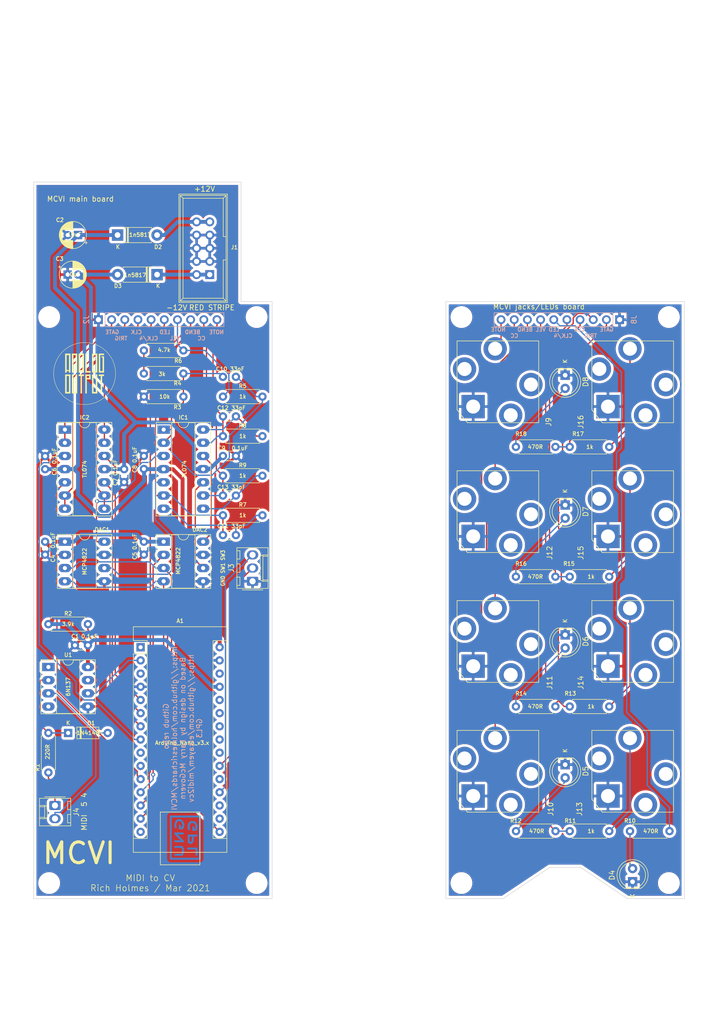
<source format=kicad_pcb>
(kicad_pcb (version 20171130) (host pcbnew 5.1.9-73d0e3b20d~88~ubuntu20.04.1)
  (layers (0 F.Cu signal) (31 B.Cu signal) (34 B.Paste user) (35 F.Paste user) (36 B.SilkS user) (37 F.SilkS user) (38 B.Mask user) (39 F.Mask user) (44 Edge.Cuts user))
  (net 0 "")
  (net 1 "Net-(A1-Pad15)")
  (net 2 +12V)
  (net 3 GND)
  (net 4 "Net-(A1-Pad28)")
  (net 5 +5V)
  (net 6 "Net-(A1-Pad26)")
  (net 7 "Net-(A1-Pad25)")
  (net 8 "Net-(A1-Pad9)")
  (net 9 "Net-(A1-Pad3)")
  (net 10 "Net-(A1-Pad18)")
  (net 11 /RX0)
  (net 12 "Net-(A1-Pad17)")
  (net 13 "Net-(A1-Pad1)")
  (net 14 -12V)
  (net 15 "Net-(D3-Pad1)")
  (net 16 /SCK)
  (net 17 /SDI)
  (net 18 /MIDI_LED_A)
  (net 19 /DAC2_SEL)
  (net 20 /DAC1_SEL)
  (net 21 /TRIGGER_A)
  (net 22 /GATE_A)
  (net 23 /CONTROL_A)
  (net 24 /VELOCITY_A)
  (net 25 /PITCH_BEND_A)
  (net 26 /NOTE_A)
  (net 27 /SW3)
  (net 28 /SW1)
  (net 29 "Net-(A1-Pad24)")
  (net 30 /GATE_B)
  (net 31 /TRIGGER_B)
  (net 32 "Net-(R4-Pad1)")
  (net 33 "Net-(A1-Pad10)")
  (net 34 /MIDIPIN5)
  (net 35 "Net-(D5-Pad2)")
  (net 36 GND1)
  (net 37 "Net-(D6-Pad2)")
  (net 38 "Net-(D7-Pad2)")
  (net 39 "Net-(D8-Pad2)")
  (net 40 /MIDIPIN4)
  (net 41 "/Panel components/NOTE")
  (net 42 "/Panel components/CONTROL")
  (net 43 "/Panel components/PITCH_BEND")
  (net 44 "/Panel components/VELOCITY")
  (net 45 "/Panel components/TRIGGER")
  (net 46 "/Panel components/GATE")
  (net 47 "Net-(U1-Pad7)")
  (net 48 "Net-(U1-Pad1)")
  (net 49 "Net-(A1-Pad20)")
  (net 50 "Net-(A1-Pad22)")
  (net 51 /CLOCK_1PQ_B)
  (net 52 "Net-(A1-Pad23)")
  (net 53 /CLOCK_4PQ_B)
  (net 54 "Net-(C10-Pad2)")
  (net 55 "Net-(C10-Pad1)")
  (net 56 "Net-(C11-Pad1)")
  (net 57 "Net-(C12-Pad1)")
  (net 58 "Net-(C13-Pad1)")
  (net 59 "Net-(D1-Pad1)")
  (net 60 "Net-(D2-Pad2)")
  (net 61 "Net-(D4-Pad2)")
  (net 62 /CLOCK_1PQ_A)
  (net 63 /CLOCK_4PQ_A)
  (net 64 "/Panel components/MIDI_LED_C")
  (net 65 "/Panel components/CLOCK_4PQ_C")
  (net 66 "/Panel components/CLOCK_1PQ_C")
  (net 67 "/Panel components/TRIGGER_C")
  (net 68 "/Panel components/GATE_C")
  (net 69 "/Panel components/CLOCK_4PQ")
  (net 70 "/Panel components/CLOCK_1PQ")
  (net 71 /VELOCITY_B)
  (net 72 /NOTE_B)
  (net 73 /CONTROL_B)
  (net 74 /PITCH_BEND_B)
  (module Symbol:Symbol_GNU-GPL_CopperTop_Small (layer B.Cu) (at 69 167.25 270)
    (fp_text reference REF** hide)
    (fp_text value Symbol_GNU-GPL_CopperTop_Small)
    (fp_line (start 2.10058 -0.29972) (end 2.10058 -1.89992) (layer B.Cu) (width 0.381))
    (fp_line (start 2.10058 -1.89992) (end 3.29946 -1.89992) (layer B.Cu) (width 0.381))
    (fp_line (start -0.39878 -1.89992) (end -0.39878 -0.39878) (layer B.Cu) (width 0.381))
    (fp_line (start -0.39878 -0.39878) (end 0.50038 -0.39878) (layer B.Cu) (width 0.381))
    (fp_line (start 0.50038 -0.39878) (end 0.70104 -0.39878) (layer B.Cu) (width 0.381))
    (fp_line (start 0.70104 -0.39878) (end 0.89916 -0.50038) (layer B.Cu) (width 0.381))
    (fp_line (start 0.89916 -0.50038) (end 1.00076 -0.70104) (layer B.Cu) (width 0.381))
    (fp_line (start 1.00076 -0.70104) (end 1.00076 -0.89916) (layer B.Cu) (width 0.381))
    (fp_line (start 1.00076 -0.89916) (end 0.8001 -1.09982) (layer B.Cu) (width 0.381))
    (fp_line (start 0.8001 -1.09982) (end 0.50038 -1.19888) (layer B.Cu) (width 0.381))
    (fp_line (start 0.50038 -1.19888) (end -0.39878 -1.19888) (layer B.Cu) (width 0.381))
    (fp_line (start -1.6002 -0.50038) (end -1.80086 -0.39878) (layer B.Cu) (width 0.381))
    (fp_line (start -1.80086 -0.39878) (end -2.30124 -0.39878) (layer B.Cu) (width 0.381))
    (fp_line (start -2.30124 -0.39878) (end -2.60096 -0.50038) (layer B.Cu) (width 0.381))
    (fp_line (start -2.60096 -0.50038) (end -2.79908 -0.59944) (layer B.Cu) (width 0.381))
    (fp_line (start -2.79908 -0.59944) (end -2.99974 -0.89916) (layer B.Cu) (width 0.381))
    (fp_line (start -2.99974 -0.89916) (end -2.99974 -1.19888) (layer B.Cu) (width 0.381))
    (fp_line (start -2.99974 -1.19888) (end -2.90068 -1.6002) (layer B.Cu) (width 0.381))
    (fp_line (start -2.90068 -1.6002) (end -2.60096 -1.80086) (layer B.Cu) (width 0.381))
    (fp_line (start -2.60096 -1.80086) (end -2.30124 -1.89992) (layer B.Cu) (width 0.381))
    (fp_line (start -2.30124 -1.89992) (end -1.99898 -1.89992) (layer B.Cu) (width 0.381))
    (fp_line (start -1.99898 -1.89992) (end -1.50114 -1.80086) (layer B.Cu) (width 0.381))
    (fp_line (start -1.50114 -1.80086) (end -1.50114 -1.30048) (layer B.Cu) (width 0.381))
    (fp_line (start -1.50114 -1.30048) (end -1.99898 -1.30048) (layer B.Cu) (width 0.381))
    (fp_line (start 1.80086 2.19964) (end 1.80086 0.89916) (layer B.Cu) (width 0.381))
    (fp_line (start 1.80086 0.89916) (end 2.10058 0.70104) (layer B.Cu) (width 0.381))
    (fp_line (start 2.10058 0.70104) (end 2.4003 0.70104) (layer B.Cu) (width 0.381))
    (fp_line (start 2.4003 0.70104) (end 2.79908 0.70104) (layer B.Cu) (width 0.381))
    (fp_line (start 2.79908 0.70104) (end 3.0988 0.8001) (layer B.Cu) (width 0.381))
    (fp_line (start 3.0988 0.8001) (end 3.29946 0.89916) (layer B.Cu) (width 0.381))
    (fp_line (start 3.29946 0.89916) (end 3.29946 2.19964) (layer B.Cu) (width 0.381))
    (fp_line (start -0.8001 0.70104) (end -0.8001 2.19964) (layer B.Cu) (width 0.381))
    (fp_line (start -0.8001 2.19964) (end 0.70104 0.70104) (layer B.Cu) (width 0.381))
    (fp_line (start 0.70104 0.70104) (end 0.70104 2.19964) (layer B.Cu) (width 0.381))
    (fp_line (start -1.99898 2.10058) (end -2.30124 2.19964) (layer B.Cu) (width 0.381))
    (fp_line (start -2.30124 2.19964) (end -2.79908 2.10058) (layer B.Cu) (width 0.381))
    (fp_line (start -2.79908 2.10058) (end -3.2004 1.89992) (layer B.Cu) (width 0.381))
    (fp_line (start -3.2004 1.89992) (end -3.40106 1.50114) (layer B.Cu) (width 0.381))
    (fp_line (start -3.40106 1.50114) (end -3.29946 1.09982) (layer B.Cu) (width 0.381))
    (fp_line (start -3.29946 1.09982) (end -2.99974 0.8001) (layer B.Cu) (width 0.381))
    (fp_line (start -2.99974 0.8001) (end -2.49936 0.59944) (layer B.Cu) (width 0.381))
    (fp_line (start -2.49936 0.59944) (end -1.80086 0.8001) (layer B.Cu) (width 0.381))
    (fp_line (start -1.80086 0.8001) (end -1.80086 1.30048) (layer B.Cu) (width 0.381))
    (fp_line (start -1.80086 1.30048) (end -2.30124 1.30048) (layer B.Cu) (width 0.381))
    (fp_line (start -4.064 3.048) (end 4.064 3.048) (layer B.Cu) (width 0.381))
    (fp_line (start 4.064 3.048) (end 4.064 -2.54) (layer B.Cu) (width 0.381))
    (fp_line (start 4.064 -2.54) (end -4.064 -2.54) (layer B.Cu) (width 0.381))
    (fp_line (start -4.064 -2.54) (end -4.064 3.048) (layer B.Cu) (width 0.381))
  )
  (module ao_tht:Jack_6.35mm_PJ_629HAN (layer F.Cu) (at 155 129.5 270)
    (fp_text reference J14 (at 7.9 10 90) (layer F.SilkS))
    (fp_text value AudioJack2)
    (pad RN thru_hole circle (at 6.4 -2.5 270) (size 4.500001 4.500001) (drill 2.7) (layers *.Cu *.Mask))
    (pad TN thru_hole circle (at -2.5 6.4 270) (size 4.5 4.5) (drill 2.7) (layers *.Cu *.Mask))
    (pad R thru_hole circle (at 0.5 -6.4 270) (size 4.500001 4.500001) (drill 2.7) (layers *.Cu *.Mask))
    (pad S thru_hole rect (at 4.74 4.74 270) (size 4.500001 4.500001) (drill 2.7) (layers *.Cu *.Mask) (net 36 GND1))
    (pad T thru_hole circle (at -6.4 0.5 270) (size 4.5 4.5) (drill 2.7) (layers *.Cu *.Mask) (net 45 "/Panel components/TRIGGER"))
  )
  (module MCVI:MCVI_panel_holes (layer F.Cu) (at 142 104.545)
    (fp_text reference G***2 hide)
    (fp_text value LOGO hide)
  )
  (module ao_tht:R_Axial_DIN0207_L6.3mm_D2.5mm_P7.62mm_Horizontal (layer F.Cu) (at 76.005 97.56)
    (fp_text reference R9 (at 3.81 -2.032) (layer F.SilkS) (effects (font (size 0.75 0.75))))
    (fp_text value 1k (at 3.81 0) (layer F.SilkS) (effects (font (size 0.75 0.75))))
    (pad 2 thru_hole oval (at 7.62 0) (size 1.6 1.6) (drill 0.8) (layers *.Cu *.Mask) (net 58 "Net-(C13-Pad1)"))
    (pad 1 thru_hole circle (at 0 0) (size 1.6 1.6) (drill 0.8) (layers *.Cu *.Mask) (net 23 /CONTROL_A))
  )
  (module ao_tht:R_Axial_DIN0207_L6.3mm_D2.5mm_P7.62mm_Horizontal (layer F.Cu) (at 76.005 89.94)
    (fp_text reference R8 (at 3.81 -2.032) (layer F.SilkS) (effects (font (size 0.75 0.75))))
    (fp_text value 1k (at 3.81 0) (layer F.SilkS) (effects (font (size 0.75 0.75))))
    (pad 2 thru_hole oval (at 7.62 0) (size 1.6 1.6) (drill 0.8) (layers *.Cu *.Mask) (net 57 "Net-(C12-Pad1)"))
    (pad 1 thru_hole circle (at 0 0) (size 1.6 1.6) (drill 0.8) (layers *.Cu *.Mask) (net 25 /PITCH_BEND_A))
  )
  (module ao_tht:R_Axial_DIN0207_L6.3mm_D2.5mm_P7.62mm_Horizontal (layer F.Cu) (at 76.005 105.18)
    (fp_text reference R7 (at 3.81 -2.032) (layer F.SilkS) (effects (font (size 0.75 0.75))))
    (fp_text value 1k (at 3.81 0) (layer F.SilkS) (effects (font (size 0.75 0.75))))
    (pad 2 thru_hole oval (at 7.62 0) (size 1.6 1.6) (drill 0.8) (layers *.Cu *.Mask) (net 56 "Net-(C11-Pad1)"))
    (pad 1 thru_hole circle (at 0 0) (size 1.6 1.6) (drill 0.8) (layers *.Cu *.Mask) (net 24 /VELOCITY_A))
  )
  (module ao_tht:R_Axial_DIN0207_L6.3mm_D2.5mm_P7.62mm_Horizontal (layer F.Cu) (at 76.005 82.32)
    (fp_text reference R5 (at 3.81 -2.032) (layer F.SilkS) (effects (font (size 0.75 0.75))))
    (fp_text value 1k (at 3.81 0) (layer F.SilkS) (effects (font (size 0.75 0.75))))
    (pad 2 thru_hole oval (at 7.62 0) (size 1.6 1.6) (drill 0.8) (layers *.Cu *.Mask) (net 55 "Net-(C10-Pad1)"))
    (pad 1 thru_hole circle (at 0 0) (size 1.6 1.6) (drill 0.8) (layers *.Cu *.Mask) (net 26 /NOTE_A))
  )
  (module Connector_Molex:Molex_KK-254_AE-6410-02A_1x02_P2.54mm_Vertical (layer F.Cu) (at 43.62 161.06 270)
    (fp_text reference J4 (at 1.27 -4.12 90) (layer F.SilkS))
    (fp_text value "2 pin Molex header")
    (pad 2 thru_hole oval (at 2.54 0 270) (size 1.74 2.19) (drill 1.19) (layers *.Cu *.Mask) (net 34 /MIDIPIN5))
    (pad 1 thru_hole roundrect (at 0 0 270) (size 1.74 2.19) (drill 1.19) (layers *.Cu *.Mask) (roundrect_rratio 0.1436775862068966) (net 40 /MIDIPIN4))
  )
  (module Connector_Molex:Molex_KK-254_AE-6410-03A_1x03_P2.54mm_Vertical (layer F.Cu) (at 81.72 117.88 90)
    (fp_text reference J3 (at 2.54 -4.12 90) (layer F.SilkS))
    (fp_text value "3 pin Molex header")
    (pad 3 thru_hole oval (at 5.08 0 90) (size 1.74 2.19) (drill 1.19) (layers *.Cu *.Mask) (net 27 /SW3))
    (pad 2 thru_hole oval (at 2.54 0 90) (size 1.74 2.19) (drill 1.19) (layers *.Cu *.Mask) (net 28 /SW1))
    (pad 1 thru_hole roundrect (at 0 0 90) (size 1.74 2.19) (drill 1.19) (layers *.Cu *.Mask) (roundrect_rratio 0.1436775862068966) (net 3 GND))
  )
  (module ao_tht:C_Disc_D3.0mm_W1.6mm_P2.50mm (layer F.Cu) (at 78.505 101.37 180)
    (fp_text reference C13 (at 2.505 1.62) (layer F.SilkS) (effects (font (size 0.75 0.75))))
    (fp_text value 33pF)
    (fp_text user %V (at -0.495 1.62) (layer F.SilkS) (effects (font (size 0.75 0.75))))
    (pad 2 thru_hole circle (at 2.5 0 180) (size 1.6 1.6) (drill 0.8) (layers *.Cu *.Mask) (net 23 /CONTROL_A))
    (pad 1 thru_hole circle (at 0 0 180) (size 1.6 1.6) (drill 0.8) (layers *.Cu *.Mask) (net 58 "Net-(C13-Pad1)"))
  )
  (module ao_tht:C_Disc_D3.0mm_W1.6mm_P2.50mm (layer F.Cu) (at 78.505 86.13 180)
    (fp_text reference C12 (at 2.505 1.63) (layer F.SilkS) (effects (font (size 0.75 0.75))))
    (fp_text value 33pF)
    (fp_text user %V (at -0.495 1.63) (layer F.SilkS) (effects (font (size 0.75 0.75))))
    (pad 2 thru_hole circle (at 2.5 0 180) (size 1.6 1.6) (drill 0.8) (layers *.Cu *.Mask) (net 25 /PITCH_BEND_A))
    (pad 1 thru_hole circle (at 0 0 180) (size 1.6 1.6) (drill 0.8) (layers *.Cu *.Mask) (net 57 "Net-(C12-Pad1)"))
  )
  (module ao_tht:C_Disc_D3.0mm_W1.6mm_P2.50mm (layer F.Cu) (at 78.505 108.99 180)
    (fp_text reference C11 (at 2.505 1.74) (layer F.SilkS) (effects (font (size 0.75 0.75))))
    (fp_text value 33pF)
    (fp_text user %V (at -0.495 1.74) (layer F.SilkS) (effects (font (size 0.75 0.75))))
    (pad 2 thru_hole circle (at 2.5 0 180) (size 1.6 1.6) (drill 0.8) (layers *.Cu *.Mask) (net 24 /VELOCITY_A))
    (pad 1 thru_hole circle (at 0 0 180) (size 1.6 1.6) (drill 0.8) (layers *.Cu *.Mask) (net 56 "Net-(C11-Pad1)"))
  )
  (module ao_tht:C_Disc_D3.0mm_W1.6mm_P2.50mm (layer F.Cu) (at 78.505 78.51 180)
    (fp_text reference C10 (at 2.755 1.51) (layer F.SilkS) (effects (font (size 0.75 0.75))))
    (fp_text value 33pF)
    (fp_text user %V (at -0.245 1.51) (layer F.SilkS) (effects (font (size 0.75 0.75))))
    (pad 2 thru_hole circle (at 2.5 0 180) (size 1.6 1.6) (drill 0.8) (layers *.Cu *.Mask) (net 54 "Net-(C10-Pad2)"))
    (pad 1 thru_hole circle (at 0 0 180) (size 1.6 1.6) (drill 0.8) (layers *.Cu *.Mask) (net 55 "Net-(C10-Pad1)"))
  )
  (module ao_tht:MountingHole_3.2mm_M3 (layer F.Cu) (at 162 176)
    (fp_text reference REF**8 hide)
    (fp_text value MountingHole_3.2mm_M3)
    (pad 1 np_thru_hole circle (at 0 0) (size 3.2 3.2) (drill 3.2) (layers *.Cu *.Mask))
  )
  (module ao_tht:MountingHole_3.2mm_M3 (layer F.Cu) (at 122 176)
    (fp_text reference REF**7 hide)
    (fp_text value MountingHole_3.2mm_M3)
    (pad 1 np_thru_hole circle (at 0 0) (size 3.2 3.2) (drill 3.2) (layers *.Cu *.Mask))
  )
  (module ao_tht:MountingHole_3.2mm_M3 (layer F.Cu) (at 122 67)
    (fp_text reference REF**5 hide)
    (fp_text value MountingHole_3.2mm_M3)
    (pad 1 np_thru_hole circle (at 0 0) (size 3.2 3.2) (drill 3.2) (layers *.Cu *.Mask))
  )
  (module ao_tht:MountingHole_3.2mm_M3 (layer F.Cu) (at 162 67)
    (fp_text reference REF**6 hide)
    (fp_text value MountingHole_3.2mm_M3)
    (pad 1 np_thru_hole circle (at 0 0) (size 3.2 3.2) (drill 3.2) (layers *.Cu *.Mask))
  )
  (module ao_tht:R_Axial_DIN0207_L6.3mm_D2.5mm_P7.62mm_Horizontal (layer F.Cu) (at 132.5 92)
    (fp_text reference R18 (at 1 -2.5) (layer F.SilkS) (effects (font (size 0.75 0.75))))
    (fp_text value 470R (at 3.75 0) (layer F.SilkS) (effects (font (size 0.75 0.75))))
    (pad 2 thru_hole oval (at 7.62 0) (size 1.6 1.6) (drill 0.8) (layers *.Cu *.Mask) (net 65 "/Panel components/CLOCK_4PQ_C"))
    (pad 1 thru_hole circle (at 0 0) (size 1.6 1.6) (drill 0.8) (layers *.Cu *.Mask) (net 39 "Net-(D8-Pad2)"))
  )
  (module ao_tht:Jack_6.35mm_PJ_629HAN (layer F.Cu) (at 155 104.5 270)
    (fp_text reference J15 (at 7.9 10 90) (layer F.SilkS))
    (fp_text value AudioJack2)
    (pad RN thru_hole circle (at 6.4 -2.5 270) (size 4.500001 4.500001) (drill 2.7) (layers *.Cu *.Mask))
    (pad TN thru_hole circle (at -2.5 6.4 270) (size 4.5 4.5) (drill 2.7) (layers *.Cu *.Mask))
    (pad R thru_hole circle (at 0.5 -6.4 270) (size 4.500001 4.500001) (drill 2.7) (layers *.Cu *.Mask))
    (pad S thru_hole rect (at 4.74 4.74 270) (size 4.500001 4.500001) (drill 2.7) (layers *.Cu *.Mask) (net 36 GND1))
    (pad T thru_hole circle (at -6.4 0.5 270) (size 4.5 4.5) (drill 2.7) (layers *.Cu *.Mask) (net 70 "/Panel components/CLOCK_1PQ"))
  )
  (module ao_tht:Jack_6.35mm_PJ_629HAN (layer F.Cu) (at 129 129.5 270)
    (fp_text reference J11 (at 7.9 -10 90) (layer F.SilkS))
    (fp_text value AudioJack2)
    (pad RN thru_hole circle (at 6.4 -2.5 270) (size 4.500001 4.500001) (drill 2.7) (layers *.Cu *.Mask))
    (pad TN thru_hole circle (at -2.5 6.4 270) (size 4.5 4.5) (drill 2.7) (layers *.Cu *.Mask))
    (pad R thru_hole circle (at 0.5 -6.4 270) (size 4.500001 4.500001) (drill 2.7) (layers *.Cu *.Mask))
    (pad S thru_hole rect (at 4.74 4.74 270) (size 4.500001 4.500001) (drill 2.7) (layers *.Cu *.Mask) (net 36 GND1))
    (pad T thru_hole circle (at -6.4 0.5 270) (size 4.5 4.5) (drill 2.7) (layers *.Cu *.Mask) (net 44 "/Panel components/VELOCITY"))
  )
  (module ao_tht:LED_D5.0mm (layer F.Cu) (at 142 78.2 270)
    (fp_text reference D8 (at 1.27 -3.96 90) (layer F.SilkS))
    (fp_text value LED)
    (fp_text user K (at -2.7 0 90) (layer F.SilkS) (effects (font (size 0.75 0.75))))
    (pad 2 thru_hole circle (at 2.54 0 270) (size 1.8 1.8) (drill 0.9) (layers *.Cu *.Mask) (net 39 "Net-(D8-Pad2)"))
    (pad 1 thru_hole rect (at 0 0 270) (size 1.8 1.8) (drill 0.9) (layers *.Cu *.Mask) (net 36 GND1))
  )
  (module ao_tht:R_Axial_DIN0207_L6.3mm_D2.5mm_P7.62mm_Horizontal (layer F.Cu) (at 132.5 117)
    (fp_text reference R16 (at 1 -2.5) (layer F.SilkS) (effects (font (size 0.75 0.75))))
    (fp_text value 470R (at 3.75 0) (layer F.SilkS) (effects (font (size 0.75 0.75))))
    (pad 2 thru_hole oval (at 7.62 0) (size 1.6 1.6) (drill 0.8) (layers *.Cu *.Mask) (net 66 "/Panel components/CLOCK_1PQ_C"))
    (pad 1 thru_hole circle (at 0 0) (size 1.6 1.6) (drill 0.8) (layers *.Cu *.Mask) (net 38 "Net-(D7-Pad2)"))
  )
  (module ao_tht:LED_D5.0mm (layer F.Cu) (at 142 103.2 270)
    (fp_text reference D7 (at 1.27 -3.96 90) (layer F.SilkS))
    (fp_text value LED)
    (fp_text user K (at -2.7 0 90) (layer F.SilkS) (effects (font (size 0.75 0.75))))
    (pad 2 thru_hole circle (at 2.54 0 270) (size 1.8 1.8) (drill 0.9) (layers *.Cu *.Mask) (net 38 "Net-(D7-Pad2)"))
    (pad 1 thru_hole rect (at 0 0 270) (size 1.8 1.8) (drill 0.9) (layers *.Cu *.Mask) (net 36 GND1))
  )
  (module ao_tht:R_Axial_DIN0207_L6.3mm_D2.5mm_P7.62mm_Horizontal (layer F.Cu) (at 150.5 166 180)
    (fp_text reference R11 (at 7.5 2) (layer F.SilkS) (effects (font (size 0.75 0.75))))
    (fp_text value 1k (at 3.5 0) (layer F.SilkS) (effects (font (size 0.75 0.75))))
    (pad 2 thru_hole oval (at 7.62 0 180) (size 1.6 1.6) (drill 0.8) (layers *.Cu *.Mask) (net 68 "/Panel components/GATE_C"))
    (pad 1 thru_hole circle (at 0 0 180) (size 1.6 1.6) (drill 0.8) (layers *.Cu *.Mask) (net 46 "/Panel components/GATE"))
  )
  (module ao_tht:LED_D5.0mm (layer F.Cu) (at 155 175.75 90)
    (fp_text reference D4 (at 1.27 -3.96 90) (layer F.SilkS))
    (fp_text value LED)
    (fp_text user K (at -2.7 0 90) (layer F.SilkS) (effects (font (size 0.75 0.75))))
    (pad 2 thru_hole circle (at 2.54 0 90) (size 1.8 1.8) (drill 0.9) (layers *.Cu *.Mask) (net 61 "Net-(D4-Pad2)"))
    (pad 1 thru_hole rect (at 0 0 90) (size 1.8 1.8) (drill 0.9) (layers *.Cu *.Mask) (net 36 GND1))
  )
  (module ao_tht:R_Axial_DIN0207_L6.3mm_D2.5mm_P7.62mm_Horizontal (layer F.Cu) (at 150.5 117 180)
    (fp_text reference R15 (at 7.75 2.5) (layer F.SilkS) (effects (font (size 0.75 0.75))))
    (fp_text value 1k (at 3.5 0) (layer F.SilkS) (effects (font (size 0.75 0.75))))
    (pad 2 thru_hole oval (at 7.62 0 180) (size 1.6 1.6) (drill 0.8) (layers *.Cu *.Mask) (net 66 "/Panel components/CLOCK_1PQ_C"))
    (pad 1 thru_hole circle (at 0 0 180) (size 1.6 1.6) (drill 0.8) (layers *.Cu *.Mask) (net 70 "/Panel components/CLOCK_1PQ"))
  )
  (module ao_tht:R_Axial_DIN0207_L6.3mm_D2.5mm_P7.62mm_Horizontal (layer F.Cu) (at 150.5 142 180)
    (fp_text reference R13 (at 7.5 2.5) (layer F.SilkS) (effects (font (size 0.75 0.75))))
    (fp_text value 1k (at 3.5 0) (layer F.SilkS) (effects (font (size 0.75 0.75))))
    (pad 2 thru_hole oval (at 7.62 0 180) (size 1.6 1.6) (drill 0.8) (layers *.Cu *.Mask) (net 67 "/Panel components/TRIGGER_C"))
    (pad 1 thru_hole circle (at 0 0 180) (size 1.6 1.6) (drill 0.8) (layers *.Cu *.Mask) (net 45 "/Panel components/TRIGGER"))
  )
  (module ao_tht:R_Axial_DIN0207_L6.3mm_D2.5mm_P7.62mm_Horizontal (layer F.Cu) (at 154.5 166)
    (fp_text reference R10 (at 0 -2) (layer F.SilkS) (effects (font (size 0.75 0.75))))
    (fp_text value 470R (at 4 0) (layer F.SilkS) (effects (font (size 0.75 0.75))))
    (pad 2 thru_hole oval (at 7.62 0) (size 1.6 1.6) (drill 0.8) (layers *.Cu *.Mask) (net 64 "/Panel components/MIDI_LED_C"))
    (pad 1 thru_hole circle (at 0 0) (size 1.6 1.6) (drill 0.8) (layers *.Cu *.Mask) (net 61 "Net-(D4-Pad2)"))
  )
  (module ao_tht:LED_D5.0mm (layer F.Cu) (at 142 128.2 270)
    (fp_text reference D6 (at 1.27 -3.96 90) (layer F.SilkS))
    (fp_text value LED)
    (fp_text user K (at -2.7 0 90) (layer F.SilkS) (effects (font (size 0.75 0.75))))
    (pad 2 thru_hole circle (at 2.54 0 270) (size 1.8 1.8) (drill 0.9) (layers *.Cu *.Mask) (net 37 "Net-(D6-Pad2)"))
    (pad 1 thru_hole rect (at 0 0 270) (size 1.8 1.8) (drill 0.9) (layers *.Cu *.Mask) (net 36 GND1))
  )
  (module ao_tht:R_Axial_DIN0207_L6.3mm_D2.5mm_P7.62mm_Horizontal (layer F.Cu) (at 150.5 92 180)
    (fp_text reference R17 (at 6 2.5) (layer F.SilkS) (effects (font (size 0.75 0.75))))
    (fp_text value 1k (at 3.75 0) (layer F.SilkS) (effects (font (size 0.75 0.75))))
    (pad 2 thru_hole oval (at 7.62 0 180) (size 1.6 1.6) (drill 0.8) (layers *.Cu *.Mask) (net 65 "/Panel components/CLOCK_4PQ_C"))
    (pad 1 thru_hole circle (at 0 0 180) (size 1.6 1.6) (drill 0.8) (layers *.Cu *.Mask) (net 69 "/Panel components/CLOCK_4PQ"))
  )
  (module ao_tht:Jack_6.35mm_PJ_629HAN (layer F.Cu) (at 129 104.5 270)
    (fp_text reference J12 (at 7.9 -10 90) (layer F.SilkS))
    (fp_text value AudioJack2)
    (pad RN thru_hole circle (at 6.4 -2.5 270) (size 4.500001 4.500001) (drill 2.7) (layers *.Cu *.Mask))
    (pad TN thru_hole circle (at -2.5 6.4 270) (size 4.5 4.5) (drill 2.7) (layers *.Cu *.Mask))
    (pad R thru_hole circle (at 0.5 -6.4 270) (size 4.500001 4.500001) (drill 2.7) (layers *.Cu *.Mask))
    (pad S thru_hole rect (at 4.74 4.74 270) (size 4.500001 4.500001) (drill 2.7) (layers *.Cu *.Mask) (net 36 GND1))
    (pad T thru_hole circle (at -6.4 0.5 270) (size 4.5 4.5) (drill 2.7) (layers *.Cu *.Mask) (net 41 "/Panel components/NOTE"))
  )
  (module ao_tht:Jack_6.35mm_PJ_629HAN (layer F.Cu) (at 129 154.5 270)
    (fp_text reference J10 (at 7.25 -10.2 90) (layer F.SilkS))
    (fp_text value AudioJack2)
    (pad RN thru_hole circle (at 6.4 -2.5 270) (size 4.500001 4.500001) (drill 2.7) (layers *.Cu *.Mask))
    (pad TN thru_hole circle (at -2.5 6.4 270) (size 4.5 4.5) (drill 2.7) (layers *.Cu *.Mask))
    (pad R thru_hole circle (at 0.5 -6.4 270) (size 4.500001 4.500001) (drill 2.7) (layers *.Cu *.Mask))
    (pad S thru_hole rect (at 4.74 4.74 270) (size 4.500001 4.500001) (drill 2.7) (layers *.Cu *.Mask) (net 36 GND1))
    (pad T thru_hole circle (at -6.4 0.5 270) (size 4.5 4.5) (drill 2.7) (layers *.Cu *.Mask) (net 42 "/Panel components/CONTROL"))
  )
  (module ao_tht:Jack_6.35mm_PJ_629HAN (layer F.Cu) (at 155 79.5 270)
    (fp_text reference J16 (at 7.7 10 90) (layer F.SilkS))
    (fp_text value AudioJack2)
    (pad RN thru_hole circle (at 6.4 -2.5 270) (size 4.500001 4.500001) (drill 2.7) (layers *.Cu *.Mask))
    (pad TN thru_hole circle (at -2.5 6.4 270) (size 4.5 4.5) (drill 2.7) (layers *.Cu *.Mask))
    (pad R thru_hole circle (at 0.5 -6.4 270) (size 4.500001 4.500001) (drill 2.7) (layers *.Cu *.Mask))
    (pad S thru_hole rect (at 4.74 4.74 270) (size 4.500001 4.500001) (drill 2.7) (layers *.Cu *.Mask) (net 36 GND1))
    (pad T thru_hole circle (at -6.4 0.5 270) (size 4.5 4.5) (drill 2.7) (layers *.Cu *.Mask) (net 69 "/Panel components/CLOCK_4PQ"))
  )
  (module Connector_PinSocket_2.54mm:PinSocket_1x10_P2.54mm_Vertical (layer B.Cu) (at 152.5 67.5 90)
    (fp_text reference J8 (at 0 2.77 90) (layer B.SilkS) (effects (justify mirror)))
    (fp_text value "10 pin socket")
    (pad 10 thru_hole oval (at 0 -22.86 90) (size 1.7 1.7) (drill 1) (layers *.Cu *.Mask) (net 43 "/Panel components/PITCH_BEND"))
    (pad 9 thru_hole oval (at 0 -20.32 90) (size 1.7 1.7) (drill 1) (layers *.Cu *.Mask) (net 42 "/Panel components/CONTROL"))
    (pad 8 thru_hole oval (at 0 -17.78 90) (size 1.7 1.7) (drill 1) (layers *.Cu *.Mask) (net 44 "/Panel components/VELOCITY"))
    (pad 7 thru_hole oval (at 0 -15.24 90) (size 1.7 1.7) (drill 1) (layers *.Cu *.Mask) (net 41 "/Panel components/NOTE"))
    (pad 6 thru_hole oval (at 0 -12.7 90) (size 1.7 1.7) (drill 1) (layers *.Cu *.Mask) (net 64 "/Panel components/MIDI_LED_C"))
    (pad 5 thru_hole oval (at 0 -10.16 90) (size 1.7 1.7) (drill 1) (layers *.Cu *.Mask) (net 68 "/Panel components/GATE_C"))
    (pad 4 thru_hole oval (at 0 -7.62 90) (size 1.7 1.7) (drill 1) (layers *.Cu *.Mask) (net 67 "/Panel components/TRIGGER_C"))
    (pad 3 thru_hole oval (at 0 -5.08 90) (size 1.7 1.7) (drill 1) (layers *.Cu *.Mask) (net 66 "/Panel components/CLOCK_1PQ_C"))
    (pad 2 thru_hole oval (at 0 -2.54 90) (size 1.7 1.7) (drill 1) (layers *.Cu *.Mask) (net 65 "/Panel components/CLOCK_4PQ_C"))
    (pad 1 thru_hole rect (at 0 0 90) (size 1.7 1.7) (drill 1) (layers *.Cu *.Mask) (net 36 GND1))
  )
  (module ao_tht:R_Axial_DIN0207_L6.3mm_D2.5mm_P7.62mm_Horizontal (layer F.Cu) (at 132.5 142)
    (fp_text reference R14 (at 1 -2.5) (layer F.SilkS) (effects (font (size 0.75 0.75))))
    (fp_text value 470R (at 3.75 0) (layer F.SilkS) (effects (font (size 0.75 0.75))))
    (pad 2 thru_hole oval (at 7.62 0) (size 1.6 1.6) (drill 0.8) (layers *.Cu *.Mask) (net 67 "/Panel components/TRIGGER_C"))
    (pad 1 thru_hole circle (at 0 0) (size 1.6 1.6) (drill 0.8) (layers *.Cu *.Mask) (net 37 "Net-(D6-Pad2)"))
  )
  (module ao_tht:LED_D5.0mm (layer F.Cu) (at 142 153.2 270)
    (fp_text reference D5 (at 1.27 -3.96 90) (layer F.SilkS))
    (fp_text value LED)
    (fp_text user K (at -2.7 0 90) (layer F.SilkS) (effects (font (size 0.75 0.75))))
    (pad 2 thru_hole circle (at 2.54 0 270) (size 1.8 1.8) (drill 0.9) (layers *.Cu *.Mask) (net 35 "Net-(D5-Pad2)"))
    (pad 1 thru_hole rect (at 0 0 270) (size 1.8 1.8) (drill 0.9) (layers *.Cu *.Mask) (net 36 GND1))
  )
  (module ao_tht:R_Axial_DIN0207_L6.3mm_D2.5mm_P7.62mm_Horizontal (layer F.Cu) (at 132.52 166)
    (fp_text reference R12 (at -0.02 -2) (layer F.SilkS) (effects (font (size 0.75 0.75))))
    (fp_text value 470R (at 3.98 0) (layer F.SilkS) (effects (font (size 0.75 0.75))))
    (pad 2 thru_hole oval (at 7.62 0) (size 1.6 1.6) (drill 0.8) (layers *.Cu *.Mask) (net 68 "/Panel components/GATE_C"))
    (pad 1 thru_hole circle (at 0 0) (size 1.6 1.6) (drill 0.8) (layers *.Cu *.Mask) (net 35 "Net-(D5-Pad2)"))
  )
  (module ao_tht:Jack_6.35mm_PJ_629HAN (layer F.Cu) (at 129 79.5 270)
    (fp_text reference J9 (at 7.7 -9.8 90) (layer F.SilkS))
    (fp_text value AudioJack2)
    (pad RN thru_hole circle (at 6.4 -2.5 270) (size 4.500001 4.500001) (drill 2.7) (layers *.Cu *.Mask))
    (pad TN thru_hole circle (at -2.5 6.4 270) (size 4.5 4.5) (drill 2.7) (layers *.Cu *.Mask))
    (pad R thru_hole circle (at 0.5 -6.4 270) (size 4.500001 4.500001) (drill 2.7) (layers *.Cu *.Mask))
    (pad S thru_hole rect (at 4.74 4.74 270) (size 4.500001 4.500001) (drill 2.7) (layers *.Cu *.Mask) (net 36 GND1))
    (pad T thru_hole circle (at -6.4 0.5 270) (size 4.5 4.5) (drill 2.7) (layers *.Cu *.Mask) (net 43 "/Panel components/PITCH_BEND"))
  )
  (module ao_tht:Jack_6.35mm_PJ_629HAN (layer F.Cu) (at 155 154.5 270)
    (fp_text reference J13 (at 7.25 10.25 90) (layer F.SilkS))
    (fp_text value AudioJack2)
    (pad RN thru_hole circle (at 6.4 -2.5 270) (size 4.500001 4.500001) (drill 2.7) (layers *.Cu *.Mask))
    (pad TN thru_hole circle (at -2.5 6.4 270) (size 4.5 4.5) (drill 2.7) (layers *.Cu *.Mask))
    (pad R thru_hole circle (at 0.5 -6.4 270) (size 4.500001 4.500001) (drill 2.7) (layers *.Cu *.Mask))
    (pad S thru_hole rect (at 4.74 4.74 270) (size 4.500001 4.500001) (drill 2.7) (layers *.Cu *.Mask) (net 36 GND1))
    (pad T thru_hole circle (at -6.4 0.5 270) (size 4.5 4.5) (drill 2.7) (layers *.Cu *.Mask) (net 46 "/Panel components/GATE"))
  )
  (module ao_tht:DIP-14_W7.62mm_Socket_LongPads (layer F.Cu) (at 45.525 88.67)
    (fp_text reference IC2 (at 3.81 -2.33) (layer F.SilkS) (effects (font (size 0.75 0.75))))
    (fp_text value TL074)
    (fp_text user %V (at 3.81 7.62 90) (layer F.SilkS) (effects (font (size 0.75 0.75))))
    (pad 14 thru_hole oval (at 7.62 0) (size 2.4 1.6) (drill 0.8) (layers *.Cu *.Mask) (net 22 /GATE_A))
    (pad 7 thru_hole oval (at 0 15.24) (size 2.4 1.6) (drill 0.8) (layers *.Cu *.Mask) (net 62 /CLOCK_1PQ_A))
    (pad 13 thru_hole oval (at 7.62 2.54) (size 2.4 1.6) (drill 0.8) (layers *.Cu *.Mask) (net 22 /GATE_A))
    (pad 6 thru_hole oval (at 0 12.7) (size 2.4 1.6) (drill 0.8) (layers *.Cu *.Mask) (net 62 /CLOCK_1PQ_A))
    (pad 12 thru_hole oval (at 7.62 5.08) (size 2.4 1.6) (drill 0.8) (layers *.Cu *.Mask) (net 30 /GATE_B))
    (pad 5 thru_hole oval (at 0 10.16) (size 2.4 1.6) (drill 0.8) (layers *.Cu *.Mask) (net 51 /CLOCK_1PQ_B))
    (pad 11 thru_hole oval (at 7.62 7.62) (size 2.4 1.6) (drill 0.8) (layers *.Cu *.Mask) (net 14 -12V))
    (pad 4 thru_hole oval (at 0 7.62) (size 2.4 1.6) (drill 0.8) (layers *.Cu *.Mask) (net 2 +12V))
    (pad 10 thru_hole oval (at 7.62 10.16) (size 2.4 1.6) (drill 0.8) (layers *.Cu *.Mask) (net 31 /TRIGGER_B))
    (pad 3 thru_hole oval (at 0 5.08) (size 2.4 1.6) (drill 0.8) (layers *.Cu *.Mask) (net 53 /CLOCK_4PQ_B))
    (pad 9 thru_hole oval (at 7.62 12.7) (size 2.4 1.6) (drill 0.8) (layers *.Cu *.Mask) (net 21 /TRIGGER_A))
    (pad 2 thru_hole oval (at 0 2.54) (size 2.4 1.6) (drill 0.8) (layers *.Cu *.Mask) (net 63 /CLOCK_4PQ_A))
    (pad 8 thru_hole oval (at 7.62 15.24) (size 2.4 1.6) (drill 0.8) (layers *.Cu *.Mask) (net 21 /TRIGGER_A))
    (pad 1 thru_hole rect (at 0 0) (size 2.4 1.6) (drill 0.8) (layers *.Cu *.Mask) (net 63 /CLOCK_4PQ_A))
  )
  (module ao_tht:D_DO-35_SOD27_P7.62mm_Horizontal (layer F.Cu) (at 46.16 147.09)
    (fp_text reference D1 (at 4.445 -1.905) (layer F.SilkS) (effects (font (size 0.75 0.75))))
    (fp_text value 1N4148)
    (fp_text user K (at 0 -1.905) (layer F.SilkS) (effects (font (size 0.75 0.75))))
    (fp_text user %V (at 3.81 0) (layer F.SilkS) (effects (font (size 0.75 0.75))))
    (pad 2 thru_hole oval (at 7.62 0) (size 1.6 1.6) (drill 0.8) (layers *.Cu *.Mask) (net 34 /MIDIPIN5))
    (pad 1 thru_hole rect (at 0 0) (size 1.6 1.6) (drill 0.8) (layers *.Cu *.Mask) (net 59 "Net-(D1-Pad1)"))
  )
  (module ao_tht:DIP-8_W7.62mm_Socket_LongPads (layer F.Cu) (at 42.35 134.39)
    (fp_text reference U1 (at 3.81 -2.33) (layer F.SilkS) (effects (font (size 0.75 0.75))))
    (fp_text value 6N137)
    (fp_text user %V (at 3.81 3.81 90) (layer F.SilkS) (effects (font (size 0.75 0.75))))
    (pad 8 thru_hole oval (at 7.62 0) (size 2.4 1.6) (drill 0.8) (layers *.Cu *.Mask) (net 5 +5V))
    (pad 4 thru_hole oval (at 0 7.62) (size 2.4 1.6) (drill 0.8) (layers *.Cu *.Mask))
    (pad 7 thru_hole oval (at 7.62 2.54) (size 2.4 1.6) (drill 0.8) (layers *.Cu *.Mask) (net 47 "Net-(U1-Pad7)"))
    (pad 3 thru_hole oval (at 0 5.08) (size 2.4 1.6) (drill 0.8) (layers *.Cu *.Mask) (net 34 /MIDIPIN5))
    (pad 6 thru_hole oval (at 7.62 5.08) (size 2.4 1.6) (drill 0.8) (layers *.Cu *.Mask) (net 11 /RX0))
    (pad 2 thru_hole oval (at 0 2.54) (size 2.4 1.6) (drill 0.8) (layers *.Cu *.Mask) (net 59 "Net-(D1-Pad1)"))
    (pad 5 thru_hole oval (at 7.62 7.62) (size 2.4 1.6) (drill 0.8) (layers *.Cu *.Mask) (net 3 GND))
    (pad 1 thru_hole rect (at 0 0) (size 2.4 1.6) (drill 0.8) (layers *.Cu *.Mask) (net 48 "Net-(U1-Pad1)"))
  )
  (module ao_tht:analogoutput_12mm (layer F.Cu) (at 49.335 77.875)
    (fp_text reference G***1 hide)
    (fp_text value LOGO hide)
  )
  (module ao_tht:MountingHole_3.2mm_M3 (layer F.Cu) (at 82.5 176)
    (fp_text reference REF**4 hide)
    (fp_text value MountingHole_3.2mm_M3)
    (pad 1 np_thru_hole circle (at 0 0) (size 3.2 3.2) (drill 3.2) (layers *.Cu *.Mask))
  )
  (module ao_tht:MountingHole_3.2mm_M3 (layer F.Cu) (at 42.5 176)
    (fp_text reference REF**3 hide)
    (fp_text value MountingHole_3.2mm_M3)
    (pad 1 np_thru_hole circle (at 0 0) (size 3.2 3.2) (drill 3.2) (layers *.Cu *.Mask))
  )
  (module ao_tht:MountingHole_3.2mm_M3 (layer F.Cu) (at 82.5 67)
    (fp_text reference REF**2 hide)
    (fp_text value MountingHole_3.2mm_M3)
    (pad 1 np_thru_hole circle (at 0 0) (size 3.2 3.2) (drill 3.2) (layers *.Cu *.Mask))
  )
  (module ao_tht:MountingHole_3.2mm_M3 (layer F.Cu) (at 42.5 67)
    (fp_text reference REF**1 hide)
    (fp_text value MountingHole_3.2mm_M3)
    (pad 1 np_thru_hole circle (at 0 0) (size 3.2 3.2) (drill 3.2) (layers *.Cu *.Mask))
  )
  (module ao_tht:C_Disc_D3.0mm_W1.6mm_P2.50mm (layer F.Cu) (at 41.715 110.26 270)
    (fp_text reference C4 (at 3.24 -1.535 90) (layer F.SilkS) (effects (font (size 0.75 0.75))))
    (fp_text value 0.1uF)
    (fp_text user %V (at -0.26 -1.535 90) (layer F.SilkS) (effects (font (size 0.75 0.75))))
    (pad 1 thru_hole circle (at 0 0 270) (size 1.6 1.6) (drill 0.8) (layers *.Cu *.Mask) (net 5 +5V))
    (pad 2 thru_hole circle (at 2.5 0 270) (size 1.6 1.6) (drill 0.8) (layers *.Cu *.Mask) (net 3 GND))
  )
  (module ao_tht:C_Disc_D3.0mm_W1.6mm_P2.50mm (layer F.Cu) (at 60.765 110.26 270)
    (fp_text reference C5 (at 2.74 1.765 90) (layer F.SilkS) (effects (font (size 0.75 0.75))))
    (fp_text value 0.1uF)
    (fp_text user %V (at -0.01 1.765 90) (layer F.SilkS) (effects (font (size 0.75 0.75))))
    (pad 1 thru_hole circle (at 0 0 270) (size 1.6 1.6) (drill 0.8) (layers *.Cu *.Mask) (net 5 +5V))
    (pad 2 thru_hole circle (at 2.5 0 270) (size 1.6 1.6) (drill 0.8) (layers *.Cu *.Mask) (net 3 GND))
  )
  (module ao_tht:C_Disc_D3.0mm_W1.6mm_P2.50mm (layer F.Cu) (at 60.765 96.25 90)
    (fp_text reference C8 (at 0 -1.765 90) (layer F.SilkS) (effects (font (size 0.75 0.75))))
    (fp_text value 0.1uF)
    (fp_text user %V (at 2.75 -1.765 90) (layer F.SilkS) (effects (font (size 0.75 0.75))))
    (pad 1 thru_hole circle (at 0 0 90) (size 1.6 1.6) (drill 0.8) (layers *.Cu *.Mask) (net 2 +12V))
    (pad 2 thru_hole circle (at 2.5 0 90) (size 1.6 1.6) (drill 0.8) (layers *.Cu *.Mask) (net 3 GND))
  )
  (module ao_tht:DIP-14_W7.62mm_Socket_LongPads (layer F.Cu) (at 64.575 88.67)
    (fp_text reference IC1 (at 3.81 -2.33) (layer F.SilkS) (effects (font (size 0.75 0.75))))
    (fp_text value TL074)
    (fp_text user %V (at 4 7.6 90) (layer F.SilkS) (effects (font (size 0.75 0.75))))
    (pad 1 thru_hole rect (at 0 0) (size 2.4 1.6) (drill 0.8) (layers *.Cu *.Mask) (net 55 "Net-(C10-Pad1)"))
    (pad 8 thru_hole oval (at 7.62 15.24) (size 2.4 1.6) (drill 0.8) (layers *.Cu *.Mask) (net 58 "Net-(C13-Pad1)"))
    (pad 2 thru_hole oval (at 0 2.54) (size 2.4 1.6) (drill 0.8) (layers *.Cu *.Mask) (net 54 "Net-(C10-Pad2)"))
    (pad 9 thru_hole oval (at 7.62 12.7) (size 2.4 1.6) (drill 0.8) (layers *.Cu *.Mask) (net 23 /CONTROL_A))
    (pad 3 thru_hole oval (at 0 5.08) (size 2.4 1.6) (drill 0.8) (layers *.Cu *.Mask) (net 72 /NOTE_B))
    (pad 10 thru_hole oval (at 7.62 10.16) (size 2.4 1.6) (drill 0.8) (layers *.Cu *.Mask) (net 73 /CONTROL_B))
    (pad 4 thru_hole oval (at 0 7.62) (size 2.4 1.6) (drill 0.8) (layers *.Cu *.Mask) (net 2 +12V))
    (pad 11 thru_hole oval (at 7.62 7.62) (size 2.4 1.6) (drill 0.8) (layers *.Cu *.Mask) (net 14 -12V))
    (pad 5 thru_hole oval (at 0 10.16) (size 2.4 1.6) (drill 0.8) (layers *.Cu *.Mask) (net 71 /VELOCITY_B))
    (pad 12 thru_hole oval (at 7.62 5.08) (size 2.4 1.6) (drill 0.8) (layers *.Cu *.Mask) (net 74 /PITCH_BEND_B))
    (pad 6 thru_hole oval (at 0 12.7) (size 2.4 1.6) (drill 0.8) (layers *.Cu *.Mask) (net 24 /VELOCITY_A))
    (pad 13 thru_hole oval (at 7.62 2.54) (size 2.4 1.6) (drill 0.8) (layers *.Cu *.Mask) (net 25 /PITCH_BEND_A))
    (pad 7 thru_hole oval (at 0 15.24) (size 2.4 1.6) (drill 0.8) (layers *.Cu *.Mask) (net 56 "Net-(C11-Pad1)"))
    (pad 14 thru_hole oval (at 7.62 0) (size 2.4 1.6) (drill 0.8) (layers *.Cu *.Mask) (net 57 "Net-(C12-Pad1)"))
  )
  (module ao_tht:C_Disc_D3.0mm_W1.6mm_P2.50mm (layer F.Cu) (at 41.715 96.29 90)
    (fp_text reference C6 (at -0.46 1.785 90) (layer F.SilkS) (effects (font (size 0.75 0.75))))
    (fp_text value 0.1uF)
    (fp_text user %V (at 2.54 1.785 90) (layer F.SilkS) (effects (font (size 0.75 0.75))))
    (pad 1 thru_hole circle (at 0 0 90) (size 1.6 1.6) (drill 0.8) (layers *.Cu *.Mask) (net 2 +12V))
    (pad 2 thru_hole circle (at 2.5 0 90) (size 1.6 1.6) (drill 0.8) (layers *.Cu *.Mask) (net 3 GND))
  )
  (module ao_tht:D_DO-41_SOD81_P7.62mm_Horizontal (layer F.Cu) (at 55.685 51.205)
    (fp_text reference D2 (at 7.815 2.295) (layer F.SilkS) (effects (font (size 0.75 0.75))))
    (fp_text value 1n5817)
    (fp_text user %V (at 4.37 -0.05) (layer F.SilkS) (effects (font (size 0.75 0.75))))
    (fp_text user K (at 0.065 2.295) (layer F.SilkS) (effects (font (size 0.75 0.75))))
    (pad 1 thru_hole rect (at 0 0) (size 2.2 2.2) (drill 1.1) (layers *.Cu *.Mask) (net 2 +12V))
    (pad 2 thru_hole oval (at 7.62 0) (size 2.2 2.2) (drill 1.1) (layers *.Cu *.Mask) (net 60 "Net-(D2-Pad2)"))
  )
  (module ao_tht:R_Axial_DIN0207_L6.3mm_D2.5mm_P7.62mm_Horizontal (layer F.Cu) (at 68.385 73.43 180)
    (fp_text reference R6 (at 1 -2) (layer F.SilkS) (effects (font (size 0.75 0.75))))
    (fp_text value 4.7k (at 3.72 0.1) (layer F.SilkS) (effects (font (size 0.75 0.75))))
    (pad 2 thru_hole oval (at 7.62 0 180) (size 1.6 1.6) (drill 0.8) (layers *.Cu *.Mask) (net 32 "Net-(R4-Pad1)"))
    (pad 1 thru_hole circle (at 0 0 180) (size 1.6 1.6) (drill 0.8) (layers *.Cu *.Mask) (net 26 /NOTE_A))
  )
  (module ao_tht:R_Axial_DIN0207_L6.3mm_D2.5mm_P7.62mm_Horizontal (layer F.Cu) (at 60.765 77.875)
    (fp_text reference R4 (at 6.5 1.9) (layer F.SilkS) (effects (font (size 0.75 0.75))))
    (fp_text value 3k (at 3.5 0.1) (layer F.SilkS) (effects (font (size 0.75 0.75))))
    (pad 1 thru_hole circle (at 0 0) (size 1.6 1.6) (drill 0.8) (layers *.Cu *.Mask) (net 32 "Net-(R4-Pad1)"))
    (pad 2 thru_hole oval (at 7.62 0) (size 1.6 1.6) (drill 0.8) (layers *.Cu *.Mask) (net 54 "Net-(C10-Pad2)"))
  )
  (module ao_tht:C_Disc_D3.0mm_W1.6mm_P2.50mm (layer F.Cu) (at 78.505 93.75 180)
    (fp_text reference C9 (at 2.755 1.5) (layer F.SilkS) (effects (font (size 0.75 0.75))))
    (fp_text value 0.1uF)
    (fp_text user %V (at -0.745 1.5) (layer F.SilkS) (effects (font (size 0.75 0.75))))
    (pad 1 thru_hole circle (at 0 0 180) (size 1.6 1.6) (drill 0.8) (layers *.Cu *.Mask) (net 3 GND))
    (pad 2 thru_hole circle (at 2.5 0 180) (size 1.6 1.6) (drill 0.8) (layers *.Cu *.Mask) (net 14 -12V))
  )
  (module ao_tht:CP_Radial_D5.0mm_P2.00mm (layer F.Cu) (at 48.065 51.205 180)
    (fp_text reference C2 (at 3.5 2.9) (layer F.SilkS) (effects (font (size 0.75 0.75))))
    (fp_text value 10uF)
    (fp_text user %V (at 0.7 0.1) (layer F.SilkS) (effects (font (size 0.75 0.75))))
    (pad 1 thru_hole rect (at 0 0 180) (size 1.6 1.6) (drill 0.8) (layers *.Cu *.Mask) (net 2 +12V))
    (pad 2 thru_hole circle (at 2 0 180) (size 1.6 1.6) (drill 0.8) (layers *.Cu *.Mask) (net 3 GND))
  )
  (module ao_tht:C_Disc_D3.0mm_W1.6mm_P2.50mm (layer F.Cu) (at 56.955 98.79 90)
    (fp_text reference C7 (at 0.04 -1.705 90) (layer F.SilkS) (effects (font (size 0.75 0.75))))
    (fp_text value 0.1uF)
    (fp_text user %V (at 2.79 -1.705 90) (layer F.SilkS) (effects (font (size 0.75 0.75))))
    (pad 1 thru_hole circle (at 0 0 90) (size 1.6 1.6) (drill 0.8) (layers *.Cu *.Mask) (net 3 GND))
    (pad 2 thru_hole circle (at 2.5 0 90) (size 1.6 1.6) (drill 0.8) (layers *.Cu *.Mask) (net 14 -12V))
  )
  (module ao_tht:Power_Header (layer F.Cu) (at 73.465 58.825 180)
    (fp_text reference J1 (at -4.75 5.25) (layer F.SilkS) (effects (font (size 0.75 0.75))))
    (fp_text value Synth_power_2x5)
    (fp_text user +12V (at 1 16.5) (layer F.SilkS))
    (fp_text user -12V (at 6.35 -6.35) (layer F.SilkS))
    (fp_text user "RED STRIPE" (at -0.405 -6.35) (layer F.SilkS))
    (pad 1 thru_hole rect (at 0 0 180) (size 1.7272 1.7272) (drill 1.016) (layers *.Cu *.Mask) (net 15 "Net-(D3-Pad1)"))
    (pad 2 thru_hole oval (at 2.54 0 180) (size 1.7272 1.7272) (drill 1.016) (layers *.Cu *.Mask) (net 15 "Net-(D3-Pad1)"))
    (pad 3 thru_hole oval (at 0 2.54 180) (size 1.7272 1.7272) (drill 1.016) (layers *.Cu *.Mask) (net 3 GND))
    (pad 4 thru_hole oval (at 2.54 2.54 180) (size 1.7272 1.7272) (drill 1.016) (layers *.Cu *.Mask) (net 3 GND))
    (pad 5 thru_hole oval (at 0 5.08 180) (size 1.7272 1.7272) (drill 1.016) (layers *.Cu *.Mask) (net 3 GND))
    (pad 6 thru_hole oval (at 2.54 5.08 180) (size 1.7272 1.7272) (drill 1.016) (layers *.Cu *.Mask) (net 3 GND))
    (pad 7 thru_hole oval (at 0 7.62 180) (size 1.7272 1.7272) (drill 1.016) (layers *.Cu *.Mask) (net 3 GND))
    (pad 8 thru_hole oval (at 2.54 7.62 180) (size 1.7272 1.7272) (drill 1.016) (layers *.Cu *.Mask) (net 3 GND))
    (pad 9 thru_hole oval (at 0 10.16 180) (size 1.7272 1.7272) (drill 1.016) (layers *.Cu *.Mask) (net 60 "Net-(D2-Pad2)"))
    (pad 10 thru_hole oval (at 2.54 10.16 180) (size 1.7272 1.7272) (drill 1.016) (layers *.Cu *.Mask) (net 60 "Net-(D2-Pad2)"))
  )
  (module ao_tht:R_Axial_DIN0207_L6.3mm_D2.5mm_P7.62mm_Horizontal (layer F.Cu) (at 42.35 126.135)
    (fp_text reference R2 (at 3.81 -2.032) (layer F.SilkS) (effects (font (size 0.75 0.75))))
    (fp_text value 3.9k (at 3.81 0) (layer F.SilkS) (effects (font (size 0.75 0.75))))
    (pad 1 thru_hole circle (at 0 0) (size 1.6 1.6) (drill 0.8) (layers *.Cu *.Mask) (net 5 +5V))
    (pad 2 thru_hole oval (at 7.62 0) (size 1.6 1.6) (drill 0.8) (layers *.Cu *.Mask) (net 11 /RX0))
  )
  (module ao_tht:R_Axial_DIN0207_L6.3mm_D2.5mm_P7.62mm_Horizontal (layer F.Cu) (at 60.765 82.32)
    (fp_text reference R3 (at 6.477 2.032) (layer F.SilkS) (effects (font (size 0.75 0.75))))
    (fp_text value 10k (at 4 0) (layer F.SilkS) (effects (font (size 0.75 0.75))))
    (pad 1 thru_hole circle (at 0 0) (size 1.6 1.6) (drill 0.8) (layers *.Cu *.Mask) (net 3 GND))
    (pad 2 thru_hole oval (at 7.62 0) (size 1.6 1.6) (drill 0.8) (layers *.Cu *.Mask) (net 54 "Net-(C10-Pad2)"))
  )
  (module ao_tht:R_Axial_DIN0207_L6.3mm_D2.5mm_P7.62mm_Horizontal (layer F.Cu) (at 42.35 147.09 270)
    (fp_text reference R1 (at 6.66 2.1 90) (layer F.SilkS) (effects (font (size 0.75 0.75))))
    (fp_text value 220R (at 3.65 0.15 90) (layer F.SilkS) (effects (font (size 0.75 0.75))))
    (pad 1 thru_hole circle (at 0 0 270) (size 1.6 1.6) (drill 0.8) (layers *.Cu *.Mask) (net 59 "Net-(D1-Pad1)"))
    (pad 2 thru_hole oval (at 7.62 0 270) (size 1.6 1.6) (drill 0.8) (layers *.Cu *.Mask) (net 40 /MIDIPIN4))
  )
  (module Connector_PinHeader_2.54mm:PinHeader_1x10_P2.54mm_Vertical (layer B.Cu) (at 52 67.5 270)
    (fp_text reference J2 (at 0 2.33 90) (layer B.SilkS) (effects (justify mirror)))
    (fp_text value "10 pin header")
    (pad 1 thru_hole rect (at 0 0 270) (size 1.7 1.7) (drill 1) (layers *.Cu *.Mask) (net 3 GND))
    (pad 2 thru_hole oval (at 0 -2.54 270) (size 1.7 1.7) (drill 1) (layers *.Cu *.Mask) (net 63 /CLOCK_4PQ_A))
    (pad 3 thru_hole oval (at 0 -5.08 270) (size 1.7 1.7) (drill 1) (layers *.Cu *.Mask) (net 62 /CLOCK_1PQ_A))
    (pad 4 thru_hole oval (at 0 -7.62 270) (size 1.7 1.7) (drill 1) (layers *.Cu *.Mask) (net 21 /TRIGGER_A))
    (pad 5 thru_hole oval (at 0 -10.16 270) (size 1.7 1.7) (drill 1) (layers *.Cu *.Mask) (net 22 /GATE_A))
    (pad 6 thru_hole oval (at 0 -12.7 270) (size 1.7 1.7) (drill 1) (layers *.Cu *.Mask) (net 18 /MIDI_LED_A))
    (pad 7 thru_hole oval (at 0 -15.24 270) (size 1.7 1.7) (drill 1) (layers *.Cu *.Mask) (net 26 /NOTE_A))
    (pad 8 thru_hole oval (at 0 -17.78 270) (size 1.7 1.7) (drill 1) (layers *.Cu *.Mask) (net 24 /VELOCITY_A))
    (pad 9 thru_hole oval (at 0 -20.32 270) (size 1.7 1.7) (drill 1) (layers *.Cu *.Mask) (net 23 /CONTROL_A))
    (pad 10 thru_hole oval (at 0 -22.86 270) (size 1.7 1.7) (drill 1) (layers *.Cu *.Mask) (net 25 /PITCH_BEND_A))
  )
  (module ao_tht:D_DO-41_SOD81_P7.62mm_Horizontal (layer F.Cu) (at 63.305 58.825 180)
    (fp_text reference D3 (at 7.555 -2.175) (layer F.SilkS) (effects (font (size 0.75 0.75))))
    (fp_text value 1n5817)
    (fp_text user %V (at 4.25 -0.1) (layer F.SilkS) (effects (font (size 0.75 0.75))))
    (fp_text user K (at -0.195 -2.175) (layer F.SilkS) (effects (font (size 0.75 0.75))))
    (pad 1 thru_hole rect (at 0 0 180) (size 2.2 2.2) (drill 1.1) (layers *.Cu *.Mask) (net 15 "Net-(D3-Pad1)"))
    (pad 2 thru_hole oval (at 7.62 0 180) (size 2.2 2.2) (drill 1.1) (layers *.Cu *.Mask) (net 14 -12V))
  )
  (module ao_tht:DIP-8_W7.62mm_Socket_LongPads (layer F.Cu) (at 64.575 110.26)
    (fp_text reference DAC2 (at 7 -2.3) (layer F.SilkS) (effects (font (size 0.75 0.75))))
    (fp_text value MCP4822)
    (fp_text user %V (at 2.8 3.7 90) (layer F.SilkS) (effects (font (size 0.75 0.75))))
    (pad 1 thru_hole rect (at 0 0) (size 2.4 1.6) (drill 0.8) (layers *.Cu *.Mask) (net 5 +5V))
    (pad 5 thru_hole oval (at 7.62 7.62) (size 2.4 1.6) (drill 0.8) (layers *.Cu *.Mask) (net 3 GND))
    (pad 2 thru_hole oval (at 0 2.54) (size 2.4 1.6) (drill 0.8) (layers *.Cu *.Mask) (net 19 /DAC2_SEL))
    (pad 6 thru_hole oval (at 7.62 5.08) (size 2.4 1.6) (drill 0.8) (layers *.Cu *.Mask) (net 73 /CONTROL_B))
    (pad 3 thru_hole oval (at 0 5.08) (size 2.4 1.6) (drill 0.8) (layers *.Cu *.Mask) (net 16 /SCK))
    (pad 7 thru_hole oval (at 7.62 2.54) (size 2.4 1.6) (drill 0.8) (layers *.Cu *.Mask) (net 3 GND))
    (pad 4 thru_hole oval (at 0 7.62) (size 2.4 1.6) (drill 0.8) (layers *.Cu *.Mask) (net 17 /SDI))
    (pad 8 thru_hole oval (at 7.62 0) (size 2.4 1.6) (drill 0.8) (layers *.Cu *.Mask) (net 74 /PITCH_BEND_B))
  )
  (module ao_tht:DIP-8_W7.62mm_Socket_LongPads (layer F.Cu) (at 45.525 110.26)
    (fp_text reference DAC1 (at 7.2 -2.33) (layer F.SilkS) (effects (font (size 0.75 0.75))))
    (fp_text value MCP4822)
    (fp_text user %V (at 3.81 3.81 90) (layer F.SilkS) (effects (font (size 0.75 0.75))))
    (pad 1 thru_hole rect (at 0 0) (size 2.4 1.6) (drill 0.8) (layers *.Cu *.Mask) (net 5 +5V))
    (pad 5 thru_hole oval (at 7.62 7.62) (size 2.4 1.6) (drill 0.8) (layers *.Cu *.Mask) (net 3 GND))
    (pad 2 thru_hole oval (at 0 2.54) (size 2.4 1.6) (drill 0.8) (layers *.Cu *.Mask) (net 20 /DAC1_SEL))
    (pad 6 thru_hole oval (at 7.62 5.08) (size 2.4 1.6) (drill 0.8) (layers *.Cu *.Mask) (net 71 /VELOCITY_B))
    (pad 3 thru_hole oval (at 0 5.08) (size 2.4 1.6) (drill 0.8) (layers *.Cu *.Mask) (net 16 /SCK))
    (pad 7 thru_hole oval (at 7.62 2.54) (size 2.4 1.6) (drill 0.8) (layers *.Cu *.Mask) (net 3 GND))
    (pad 4 thru_hole oval (at 0 7.62) (size 2.4 1.6) (drill 0.8) (layers *.Cu *.Mask) (net 17 /SDI))
    (pad 8 thru_hole oval (at 7.62 0) (size 2.4 1.6) (drill 0.8) (layers *.Cu *.Mask) (net 72 /NOTE_B))
  )
  (module ao_tht:Arduino_Nano (layer F.Cu) (at 60.13 130.58)
    (fp_text reference A1 (at 7.62 -5.08) (layer F.SilkS) (effects (font (size 0.75 0.75))))
    (fp_text value Arduino_Nano_v3.x)
    (fp_text user %V (at 8 18.415) (layer F.SilkS) (effects (font (size 0.75 0.75))))
    (pad 1 thru_hole rect (at 0 0) (size 1.6 1.6) (drill 0.8) (layers *.Cu *.Mask) (net 13 "Net-(A1-Pad1)"))
    (pad 17 thru_hole oval (at 15.24 33.02) (size 1.6 1.6) (drill 0.8) (layers *.Cu *.Mask) (net 12 "Net-(A1-Pad17)"))
    (pad 2 thru_hole oval (at 0 2.54) (size 1.6 1.6) (drill 0.8) (layers *.Cu *.Mask) (net 11 /RX0))
    (pad 18 thru_hole oval (at 15.24 30.48) (size 1.6 1.6) (drill 0.8) (layers *.Cu *.Mask) (net 10 "Net-(A1-Pad18)"))
    (pad 3 thru_hole oval (at 0 5.08) (size 1.6 1.6) (drill 0.8) (layers *.Cu *.Mask) (net 9 "Net-(A1-Pad3)"))
    (pad 19 thru_hole oval (at 15.24 27.94) (size 1.6 1.6) (drill 0.8) (layers *.Cu *.Mask) (net 27 /SW3))
    (pad 4 thru_hole oval (at 0 7.62) (size 1.6 1.6) (drill 0.8) (layers *.Cu *.Mask) (net 3 GND))
    (pad 20 thru_hole oval (at 15.24 25.4) (size 1.6 1.6) (drill 0.8) (layers *.Cu *.Mask) (net 49 "Net-(A1-Pad20)"))
    (pad 5 thru_hole oval (at 0 10.16) (size 1.6 1.6) (drill 0.8) (layers *.Cu *.Mask) (net 30 /GATE_B))
    (pad 21 thru_hole oval (at 15.24 22.86) (size 1.6 1.6) (drill 0.8) (layers *.Cu *.Mask) (net 28 /SW1))
    (pad 6 thru_hole oval (at 0 12.7) (size 1.6 1.6) (drill 0.8) (layers *.Cu *.Mask) (net 31 /TRIGGER_B))
    (pad 22 thru_hole oval (at 15.24 20.32) (size 1.6 1.6) (drill 0.8) (layers *.Cu *.Mask) (net 50 "Net-(A1-Pad22)"))
    (pad 7 thru_hole oval (at 0 15.24) (size 1.6 1.6) (drill 0.8) (layers *.Cu *.Mask) (net 51 /CLOCK_1PQ_B))
    (pad 23 thru_hole oval (at 15.24 17.78) (size 1.6 1.6) (drill 0.8) (layers *.Cu *.Mask) (net 52 "Net-(A1-Pad23)"))
    (pad 8 thru_hole oval (at 0 17.78) (size 1.6 1.6) (drill 0.8) (layers *.Cu *.Mask) (net 53 /CLOCK_4PQ_B))
    (pad 24 thru_hole oval (at 15.24 15.24) (size 1.6 1.6) (drill 0.8) (layers *.Cu *.Mask) (net 29 "Net-(A1-Pad24)"))
    (pad 9 thru_hole oval (at 0 20.32) (size 1.6 1.6) (drill 0.8) (layers *.Cu *.Mask) (net 8 "Net-(A1-Pad9)"))
    (pad 25 thru_hole oval (at 15.24 12.7) (size 1.6 1.6) (drill 0.8) (layers *.Cu *.Mask) (net 7 "Net-(A1-Pad25)"))
    (pad 10 thru_hole oval (at 0 22.86) (size 1.6 1.6) (drill 0.8) (layers *.Cu *.Mask) (net 33 "Net-(A1-Pad10)"))
    (pad 26 thru_hole oval (at 15.24 10.16) (size 1.6 1.6) (drill 0.8) (layers *.Cu *.Mask) (net 6 "Net-(A1-Pad26)"))
    (pad 11 thru_hole oval (at 0 25.4) (size 1.6 1.6) (drill 0.8) (layers *.Cu *.Mask) (net 20 /DAC1_SEL))
    (pad 27 thru_hole oval (at 15.24 7.62) (size 1.6 1.6) (drill 0.8) (layers *.Cu *.Mask) (net 5 +5V))
    (pad 12 thru_hole oval (at 0 27.94) (size 1.6 1.6) (drill 0.8) (layers *.Cu *.Mask) (net 19 /DAC2_SEL))
    (pad 28 thru_hole oval (at 15.24 5.08) (size 1.6 1.6) (drill 0.8) (layers *.Cu *.Mask) (net 4 "Net-(A1-Pad28)"))
    (pad 13 thru_hole oval (at 0 30.48) (size 1.6 1.6) (drill 0.8) (layers *.Cu *.Mask) (net 18 /MIDI_LED_A))
    (pad 29 thru_hole oval (at 15.24 2.54) (size 1.6 1.6) (drill 0.8) (layers *.Cu *.Mask) (net 3 GND))
    (pad 14 thru_hole oval (at 0 33.02) (size 1.6 1.6) (drill 0.8) (layers *.Cu *.Mask) (net 17 /SDI))
    (pad 30 thru_hole oval (at 15.24 0) (size 1.6 1.6) (drill 0.8) (layers *.Cu *.Mask) (net 2 +12V))
    (pad 15 thru_hole oval (at 0 35.56) (size 1.6 1.6) (drill 0.8) (layers *.Cu *.Mask) (net 1 "Net-(A1-Pad15)"))
    (pad 16 thru_hole oval (at 15.24 35.56) (size 1.6 1.6) (drill 0.8) (layers *.Cu *.Mask) (net 16 /SCK))
  )
  (module ao_tht:C_Disc_D3.0mm_W1.6mm_P2.50mm (layer F.Cu) (at 47.47 130.201)
    (fp_text reference C1 (at 0.03 -1.701) (layer F.SilkS) (effects (font (size 0.75 0.75))))
    (fp_text value 0.1uF)
    (fp_text user %V (at 2.78 -1.701) (layer F.SilkS) (effects (font (size 0.75 0.75))))
    (pad 1 thru_hole circle (at 0 0) (size 1.6 1.6) (drill 0.8) (layers *.Cu *.Mask) (net 3 GND))
    (pad 2 thru_hole circle (at 2.5 0) (size 1.6 1.6) (drill 0.8) (layers *.Cu *.Mask) (net 5 +5V))
  )
  (module ao_tht:CP_Radial_D5.0mm_P2.00mm (layer F.Cu) (at 46.065 58.825)
    (fp_text reference C3 (at -1.55 -3.05) (layer F.SilkS) (effects (font (size 0.75 0.75))))
    (fp_text value 10uF)
    (fp_text user %V (at 1.05 -0.05) (layer F.SilkS) (effects (font (size 0.75 0.75))))
    (pad 1 thru_hole rect (at 0 0) (size 1.6 1.6) (drill 0.8) (layers *.Cu *.Mask) (net 3 GND))
    (pad 2 thru_hole circle (at 2 0) (size 1.6 1.6) (drill 0.8) (layers *.Cu *.Mask) (net 14 -12V))
  )
  (gr_line (start 79.5 64) (end 85.5 64) (layer Edge.Cuts) (width 0.1))
  (gr_line (start 79.5 41) (end 79.5 64) (layer Edge.Cuts) (width 0.1))
  (gr_text "MCVI jacks/LEDs board" (at 128 65) (layer F.SilkS) (effects (font (size 1 1)) (justify left)))
  (gr_text "MCVI main board" (at 42 44.25) (layer F.SilkS) (effects (font (size 1 1)) (justify left)))
  (gr_text MCVI (at 48.25 170.25) (layer F.SilkS) (effects (font (size 4 4) (thickness 0.6))))
  (gr_line (start 119 64) (end 119 179) (layer Edge.Cuts) (width 0.1))
  (gr_line (start 85.5 179) (end 85.5 64) (layer Edge.Cuts) (width 0.1))
  (gr_line (start 130 179) (end 119 179) (layer Edge.Cuts) (width 0.1))
  (gr_line (start 130 179) (end 139 173) (layer Edge.Cuts) (width 0.1))
  (gr_line (start 145 173) (end 154 179) (layer Edge.Cuts) (width 0.1))
  (gr_text "GND SW1 SW3" (at 76.005 115.34 90) (layer F.SilkS) (effects (font (size 0.75 0.65))))
  (gr_text "GATE     CLK     LED VEL BEND    NOTE\n    TRIG    CLK/4            CC     " (at 139.5 70) (layer B.SilkS) (effects (font (size 0.75 0.75)) (justify mirror)))
  (gr_line (start 119 64) (end 165 64) (layer Edge.Cuts) (width 0.1))
  (gr_line (start 165 64) (end 165 179) (layer Edge.Cuts) (width 0.1))
  (gr_line (start 165 179) (end 154 179) (layer Edge.Cuts) (width 0.1))
  (gr_line (start 145 173) (end 139 173) (layer Edge.Cuts) (width 0.1))
  (gr_text "MIDI to CV\nRich Holmes / Mar 2021" (at 62 176) (layer F.SilkS) (effects (font (size 1.2 1.2) (thickness 0.12))))
  (gr_line (start 39.5 41) (end 79.5 41) (layer Edge.Cuts) (width 0.1))
  (gr_text "NOTE   BEND     LED      CLK    GATE\n       CC      VEL    CLK/4    TRIG    " (at 64.75 70.5) (layer B.SilkS) (effects (font (size 0.75 0.75)) (justify mirror)))
  (gr_text "MIDI  5 4" (at 49.25 162.25 90) (layer F.SilkS) (effects (font (size 1 1))))
  (gr_line (start 39.5 179) (end 39.5 41) (layer Edge.Cuts) (width 0.1))
  (gr_line (start 85.5 179) (end 39.5 179) (layer Edge.Cuts) (width 0.1))
  (gr_text "Github repo \nhttps://github.com/holmesrichards/MCVI\nBased on design by Larry McGovern\nhttps://github.com/elkayem/midi2cv\nGPL3" (at 68.258 146.201 90) (layer B.SilkS) (effects (font (size 1 1)) (justify mirror)))
  (segment (start 60.805 96.29) (end 60.765 96.25) (width 0.75) (layer B.Cu) (net 2))
  (segment (start 64.575 96.29) (end 60.805 96.29) (width 0.75) (layer B.Cu) (net 2))
  (segment (start 45.525 96.29) (end 47.3003 96.29) (width 0.75) (layer B.Cu) (net 2))
  (segment (start 64.575 96.29) (end 66.3503 96.29) (width 0.75) (layer F.Cu) (net 2))
  (segment (start 75.37 130.58) (end 75.37 129.2047) (width 0.75) (layer F.Cu) (net 2))
  (segment (start 75.37 129.2047) (end 68.2258 122.0605) (width 0.75) (layer F.Cu) (net 2))
  (segment (start 68.2258 122.0605) (end 68.2258 98.1655) (width 0.75) (layer F.Cu) (net 2))
  (segment (start 68.2258 98.1655) (end 66.3503 96.29) (width 0.75) (layer F.Cu) (net 2))
  (segment (start 41.715 96.29) (end 45.525 96.29) (width 0.75) (layer B.Cu) (net 2))
  (segment (start 54.0097 51.205) (end 55.685 51.205) (width 0.75) (layer B.Cu) (net 2))
  (segment (start 48.7526 51.205) (end 54.0097 51.205) (width 0.75) (layer B.Cu) (net 2))
  (segment (start 52.1817 105.2954) (end 54.1186 105.2954) (width 0.75) (layer B.Cu) (net 2))
  (segment (start 54.1186 105.2954) (end 60.805 98.609) (width 0.75) (layer B.Cu) (net 2))
  (segment (start 48.065 101.1787) (end 52.1817 105.2954) (width 0.75) (layer B.Cu) (net 2))
  (segment (start 60.805 98.609) (end 60.805 96.29) (width 0.75) (layer B.Cu) (net 2))
  (segment (start 48.065 97.0547) (end 48.065 101.1787) (width 0.75) (layer B.Cu) (net 2))
  (segment (start 47.3003 96.29) (end 48.065 97.0547) (width 0.75) (layer B.Cu) (net 2))
  (segment (start 48.065 95.5253) (end 47.3003 96.29) (width 0.75) (layer B.Cu) (net 2))
  (segment (start 48.065 65.81) (end 48.065 95.5253) (width 0.75) (layer B.Cu) (net 2))
  (segment (start 43.62 61.365) (end 48.065 65.81) (width 0.75) (layer B.Cu) (net 2))
  (segment (start 43.62 55.65) (end 43.62 61.365) (width 0.75) (layer B.Cu) (net 2))
  (segment (start 48.065 51.205) (end 43.62 55.65) (width 0.75) (layer B.Cu) (net 2))
  (segment (start 49.97 130.201) (end 45.904 126.135) (width 0.75) (layer B.Cu) (net 5))
  (segment (start 45.904 126.135) (end 42.35 126.135) (width 0.75) (layer B.Cu) (net 5))
  (segment (start 73.9947 138.2) (end 64.9993 129.2046) (width 0.75) (layer B.Cu) (net 5))
  (segment (start 64.9993 129.2046) (end 50.9664 129.2046) (width 0.75) (layer B.Cu) (net 5))
  (segment (start 50.9664 129.2046) (end 49.97 130.201) (width 0.75) (layer B.Cu) (net 5))
  (segment (start 42.7324 111.2773) (end 41.715 110.26) (width 0.75) (layer F.Cu) (net 5))
  (segment (start 42.35 126.135) (end 43.1092 125.3758) (width 0.75) (layer F.Cu) (net 5))
  (segment (start 43.1092 125.3758) (end 43.1092 111.6542) (width 0.75) (layer F.Cu) (net 5))
  (segment (start 43.1092 111.6542) (end 42.7324 111.2773) (width 0.75) (layer F.Cu) (net 5))
  (segment (start 43.7497 110.26) (end 42.7324 111.2773) (width 0.75) (layer F.Cu) (net 5))
  (segment (start 45.525 110.26) (end 43.7497 110.26) (width 0.75) (layer F.Cu) (net 5))
  (segment (start 60.765 110.26) (end 59.3897 108.8847) (width 0.75) (layer B.Cu) (net 5))
  (segment (start 59.3897 108.8847) (end 48.6756 108.8847) (width 0.75) (layer B.Cu) (net 5))
  (segment (start 48.6756 108.8847) (end 47.3003 110.26) (width 0.75) (layer B.Cu) (net 5))
  (segment (start 64.575 110.26) (end 60.765 110.26) (width 0.75) (layer B.Cu) (net 5))
  (segment (start 45.525 110.26) (end 47.3003 110.26) (width 0.75) (layer B.Cu) (net 5))
  (segment (start 49.97 130.201) (end 49.97 134.39) (width 0.75) (layer F.Cu) (net 5))
  (segment (start 75.37 138.2) (end 73.9947 138.2) (width 0.75) (layer B.Cu) (net 5))
  (segment (start 49.97 126.135) (end 49.97 127.2603) (width 0.25) (layer F.Cu) (net 11))
  (segment (start 49.97 139.47) (end 51.4953 139.47) (width 0.25) (layer F.Cu) (net 11))
  (segment (start 51.4953 139.47) (end 51.4953 128.7856) (width 0.25) (layer F.Cu) (net 11))
  (segment (start 51.4953 128.7856) (end 49.97 127.2603) (width 0.25) (layer F.Cu) (net 11))
  (segment (start 51.4953 139.47) (end 57.8453 133.12) (width 0.25) (layer B.Cu) (net 11))
  (segment (start 57.8453 133.12) (end 59.0047 133.12) (width 0.25) (layer B.Cu) (net 11))
  (segment (start 49.97 139.47) (end 51.4953 139.47) (width 0.25) (layer B.Cu) (net 11))
  (segment (start 60.13 133.12) (end 59.0047 133.12) (width 0.25) (layer B.Cu) (net 11))
  (segment (start 72.195 96.29) (end 70.4197 96.29) (width 0.75) (layer B.Cu) (net 14))
  (segment (start 59.1848 87.2946) (end 56.955 89.5244) (width 0.75) (layer B.Cu) (net 14))
  (segment (start 56.955 89.5244) (end 56.955 96.29) (width 0.75) (layer B.Cu) (net 14))
  (segment (start 70.4197 96.29) (end 70.4197 91.7011) (width 0.75) (layer B.Cu) (net 14))
  (segment (start 70.4197 91.7011) (end 66.0132 87.2946) (width 0.75) (layer B.Cu) (net 14))
  (segment (start 66.0132 87.2946) (end 59.1848 87.2946) (width 0.75) (layer B.Cu) (net 14))
  (segment (start 54.0097 58.825) (end 48.065 58.825) (width 0.75) (layer B.Cu) (net 14))
  (segment (start 55.685 58.825) (end 54.0097 58.825) (width 0.75) (layer B.Cu) (net 14))
  (segment (start 56.955 96.29) (end 54.9203 96.29) (width 0.75) (layer B.Cu) (net 14))
  (segment (start 53.145 96.29) (end 54.9203 96.29) (width 0.75) (layer B.Cu) (net 14))
  (segment (start 73.465 96.29) (end 76.005 93.75) (width 0.75) (layer B.Cu) (net 14))
  (segment (start 72.195 96.29) (end 73.465 96.29) (width 0.75) (layer B.Cu) (net 14))
  (segment (start 50.5525 78.6623) (end 59.1848 87.2946) (width 0.75) (layer B.Cu) (net 14))
  (segment (start 50.5525 61.3125) (end 50.5525 78.6623) (width 0.75) (layer B.Cu) (net 14))
  (segment (start 48.065 58.825) (end 50.5525 61.3125) (width 0.75) (layer B.Cu) (net 14))
  (segment (start 70.925 58.825) (end 63.305 58.825) (width 0.75) (layer B.Cu) (net 15))
  (segment (start 73.465 58.825) (end 70.925 58.825) (width 0.75) (layer B.Cu) (net 15))
  (segment (start 45.525 115.34) (end 47.0503 115.34) (width 0.25) (layer B.Cu) (net 16))
  (segment (start 64.575 115.34) (end 63.0497 115.34) (width 0.25) (layer B.Cu) (net 16))
  (segment (start 63.0497 115.34) (end 61.8592 114.1495) (width 0.25) (layer B.Cu) (net 16))
  (segment (start 61.8592 114.1495) (end 48.2408 114.1495) (width 0.25) (layer B.Cu) (net 16))
  (segment (start 48.2408 114.1495) (end 47.0503 115.34) (width 0.25) (layer B.Cu) (net 16))
  (segment (start 66.1003 156.8703) (end 75.37 166.14) (width 0.25) (layer F.Cu) (net 16))
  (segment (start 66.1003 116.8653) (end 66.1003 156.8703) (width 0.25) (layer F.Cu) (net 16))
  (segment (start 64.575 115.34) (end 66.1003 116.8653) (width 0.25) (layer F.Cu) (net 16))
  (segment (start 45.525 117.88) (end 47.0503 117.88) (width 0.25) (layer B.Cu) (net 17))
  (segment (start 64.575 117.88) (end 63.0497 117.88) (width 0.25) (layer B.Cu) (net 17))
  (segment (start 63.0497 117.88) (end 61.9152 119.0145) (width 0.25) (layer B.Cu) (net 17))
  (segment (start 61.9152 119.0145) (end 48.1848 119.0145) (width 0.25) (layer B.Cu) (net 17))
  (segment (start 48.1848 119.0145) (end 47.0503 117.88) (width 0.25) (layer B.Cu) (net 17))
  (segment (start 64.575 159.155) (end 64.575 117.88) (width 0.25) (layer F.Cu) (net 17))
  (segment (start 60.13 163.6) (end 64.575 159.155) (width 0.25) (layer F.Cu) (net 17))
  (segment (start 61.82 159.37) (end 60.13 161.06) (width 0.25) (layer F.Cu) (net 18))
  (segment (start 61.82 154.819) (end 61.82 159.37) (width 0.25) (layer F.Cu) (net 18))
  (segment (start 61.9964 154.6426) (end 61.82 154.819) (width 0.25) (layer F.Cu) (net 18))
  (segment (start 61.9964 71.3789) (end 61.9964 154.6426) (width 0.25) (layer F.Cu) (net 18))
  (segment (start 64.7 68.6753) (end 61.9964 71.3789) (width 0.25) (layer F.Cu) (net 18))
  (segment (start 64.7 67.5) (end 64.7 68.6753) (width 0.25) (layer F.Cu) (net 18))
  (via (at 62.5453 155.1194) (size 0.8) (layers F.Cu B.Cu) (net 19))
  (segment (start 62.5453 114.8297) (end 64.575 112.8) (width 0.25) (layer F.Cu) (net 19))
  (segment (start 62.5453 155.1194) (end 62.5453 114.8297) (width 0.25) (layer F.Cu) (net 19))
  (segment (start 62.5453 156.1047) (end 62.5453 155.1194) (width 0.25) (layer B.Cu) (net 19))
  (segment (start 60.13 158.52) (end 62.5453 156.1047) (width 0.25) (layer B.Cu) (net 19))
  (segment (start 60.13 155.98) (end 59.495 155.345) (width 0.25) (layer F.Cu) (net 20))
  (segment (start 59.495 155.345) (end 59.495 154.501) (width 0.25) (layer F.Cu) (net 20))
  (segment (start 59.495 154.501) (end 43.9997 139.0057) (width 0.25) (layer F.Cu) (net 20))
  (segment (start 43.9997 139.0057) (end 43.9997 112.8) (width 0.25) (layer F.Cu) (net 20))
  (segment (start 43.9997 112.8) (end 45.525 112.8) (width 0.25) (layer F.Cu) (net 20))
  (segment (start 53.145 103.91) (end 53.145 101.37) (width 0.25) (layer F.Cu) (net 21))
  (segment (start 59.62 68.6753) (end 59.62 67.5) (width 0.25) (layer F.Cu) (net 21))
  (segment (start 51.6197 76.6756) (end 59.62 68.6753) (width 0.25) (layer F.Cu) (net 21))
  (segment (start 51.6197 99.8447) (end 51.6197 76.6756) (width 0.25) (layer F.Cu) (net 21))
  (segment (start 53.145 101.37) (end 51.6197 99.8447) (width 0.25) (layer F.Cu) (net 21))
  (segment (start 53.145 91.21) (end 53.145 88.67) (width 0.25) (layer F.Cu) (net 22))
  (segment (start 62.16 67.5) (end 62.16 68.6753) (width 0.25) (layer F.Cu) (net 22))
  (segment (start 62.16 68.6753) (end 53.145 77.6903) (width 0.25) (layer F.Cu) (net 22))
  (segment (start 53.145 77.6903) (end 53.145 88.67) (width 0.25) (layer F.Cu) (net 22))
  (segment (start 76.005 101.37) (end 76.005 97.56) (width 0.25) (layer F.Cu) (net 23))
  (segment (start 72.195 101.37) (end 76.005 101.37) (width 0.25) (layer B.Cu) (net 23))
  (segment (start 74.735 86.765) (end 74.735 96.29) (width 0.25) (layer F.Cu) (net 23))
  (segment (start 74.735 96.29) (end 76.005 97.56) (width 0.25) (layer F.Cu) (net 23))
  (segment (start 72.83 84.86) (end 74.735 86.765) (width 0.25) (layer F.Cu) (net 23))
  (segment (start 72.83 69.1853) (end 72.83 84.86) (width 0.25) (layer F.Cu) (net 23))
  (segment (start 72.32 68.6753) (end 72.83 69.1853) (width 0.25) (layer F.Cu) (net 23))
  (segment (start 72.32 67.5) (end 72.32 68.6753) (width 0.25) (layer F.Cu) (net 23))
  (segment (start 76.005 108.99) (end 76.005 105.18) (width 0.25) (layer F.Cu) (net 24))
  (segment (start 64.575 101.37) (end 66.1003 101.37) (width 0.25) (layer B.Cu) (net 24))
  (segment (start 66.1003 101.37) (end 69.9103 105.18) (width 0.25) (layer B.Cu) (net 24))
  (segment (start 69.9103 105.18) (end 76.005 105.18) (width 0.25) (layer B.Cu) (net 24))
  (segment (start 64.575 101.37) (end 63.0497 101.37) (width 0.25) (layer F.Cu) (net 24))
  (segment (start 69.78 67.5) (end 69.78 68.6753) (width 0.25) (layer F.Cu) (net 24))
  (segment (start 69.78 68.6753) (end 63.0497 75.4056) (width 0.25) (layer F.Cu) (net 24))
  (segment (start 63.0497 75.4056) (end 63.0497 101.37) (width 0.25) (layer F.Cu) (net 24))
  (segment (start 72.195 91.21) (end 73.7203 91.21) (width 0.25) (layer B.Cu) (net 25))
  (segment (start 76.005 89.94) (end 74.9903 89.94) (width 0.25) (layer B.Cu) (net 25))
  (segment (start 74.9903 89.94) (end 73.7203 91.21) (width 0.25) (layer B.Cu) (net 25))
  (segment (start 76.005 86.13) (end 76.005 89.94) (width 0.25) (layer F.Cu) (net 25))
  (segment (start 74.1 84.225) (end 76.005 86.13) (width 0.25) (layer F.Cu) (net 25))
  (segment (start 74.1 69.4353) (end 74.1 84.225) (width 0.25) (layer F.Cu) (net 25))
  (segment (start 74.86 68.6753) (end 74.1 69.4353) (width 0.25) (layer F.Cu) (net 25))
  (segment (start 74.86 67.5) (end 74.86 68.6753) (width 0.25) (layer F.Cu) (net 25))
  (segment (start 76.005 82.32) (end 77.1477 81.1773) (width 0.25) (layer B.Cu) (net 26))
  (segment (start 77.1477 81.1773) (end 77.1477 78.0452) (width 0.25) (layer B.Cu) (net 26))
  (segment (start 77.1477 78.0452) (end 72.5325 73.43) (width 0.25) (layer B.Cu) (net 26))
  (segment (start 72.5325 73.43) (end 68.385 73.43) (width 0.25) (layer B.Cu) (net 26))
  (segment (start 67.24 67.5) (end 67.24 72.285) (width 0.25) (layer B.Cu) (net 26))
  (segment (start 67.24 72.285) (end 68.385 73.43) (width 0.25) (layer B.Cu) (net 26))
  (segment (start 76.4953 157.3947) (end 75.37 158.52) (width 0.25) (layer B.Cu) (net 27))
  (segment (start 76.4953 118.00605) (end 76.4953 157.3947) (width 0.25) (layer B.Cu) (net 27))
  (segment (start 81.70135 112.8) (end 76.4953 118.00605) (width 0.25) (layer B.Cu) (net 27))
  (segment (start 81.72 112.8) (end 81.70135 112.8) (width 0.25) (layer B.Cu) (net 27))
  (segment (start 77.275 151.535) (end 75.37 153.44) (width 0.25) (layer F.Cu) (net 28))
  (segment (start 77.275 119.785) (end 77.275 151.535) (width 0.25) (layer F.Cu) (net 28))
  (segment (start 81.72 115.34) (end 77.275 119.785) (width 0.25) (layer F.Cu) (net 28))
  (segment (start 55.2501 95.8551) (end 53.145 93.75) (width 0.25) (layer F.Cu) (net 30))
  (segment (start 55.2501 135.8601) (end 55.2501 95.8551) (width 0.25) (layer F.Cu) (net 30))
  (segment (start 60.13 140.74) (end 55.2501 135.8601) (width 0.25) (layer F.Cu) (net 30))
  (segment (start 59.495 142.645) (end 60.13 143.28) (width 0.25) (layer F.Cu) (net 31))
  (segment (start 54.6703 137.8203) (end 59.495 142.645) (width 0.25) (layer F.Cu) (net 31))
  (segment (start 54.6703 100.3553) (end 54.6703 137.8203) (width 0.25) (layer F.Cu) (net 31))
  (segment (start 53.145 98.83) (end 54.6703 100.3553) (width 0.25) (layer F.Cu) (net 31))
  (segment (start 60.765 77.875) (end 60.765 73.43) (width 0.25) (layer F.Cu) (net 32))
  (segment (start 43.62 163.6) (end 43.62 162.4047) (width 0.25) (layer B.Cu) (net 34))
  (segment (start 51.4953 147.09) (end 51.4953 155.5006) (width 0.25) (layer B.Cu) (net 34))
  (segment (start 51.4953 155.5006) (end 44.5912 162.4047) (width 0.25) (layer B.Cu) (net 34))
  (segment (start 44.5912 162.4047) (end 43.62 162.4047) (width 0.25) (layer B.Cu) (net 34))
  (segment (start 51.4953 147.09) (end 53.78 147.09) (width 0.25) (layer B.Cu) (net 34))
  (segment (start 43.8753 139.47) (end 51.4953 147.09) (width 0.25) (layer B.Cu) (net 34))
  (segment (start 42.35 139.47) (end 43.8753 139.47) (width 0.25) (layer B.Cu) (net 34))
  (segment (start 142 156.52) (end 132.52 166) (width 0.25) (layer B.Cu) (net 35))
  (segment (start 142 155.74) (end 142 156.52) (width 0.25) (layer B.Cu) (net 35))
  (segment (start 142 130.74) (end 132.5 140.24) (width 0.25) (layer B.Cu) (net 37))
  (segment (start 132.5 140.24) (end 132.5 142) (width 0.25) (layer B.Cu) (net 37))
  (segment (start 142 105.74) (end 132.5 115.24) (width 0.25) (layer B.Cu) (net 38))
  (segment (start 132.5 115.24) (end 132.5 117) (width 0.25) (layer B.Cu) (net 38))
  (segment (start 142 80.74) (end 132.5 90.24) (width 0.25) (layer B.Cu) (net 39))
  (segment (start 132.5 90.24) (end 132.5 92) (width 0.25) (layer B.Cu) (net 39))
  (segment (start 42.35 154.71) (end 42.35 155.8353) (width 0.25) (layer F.Cu) (net 40))
  (segment (start 42.35 155.8353) (end 43.62 157.1053) (width 0.25) (layer F.Cu) (net 40))
  (segment (start 43.62 157.1053) (end 43.62 161.06) (width 0.25) (layer F.Cu) (net 40))
  (segment (start 137.26 67.5) (end 137.26 71.6695) (width 0.25) (layer F.Cu) (net 41))
  (segment (start 137.26 71.6695) (end 128.5 80.4295) (width 0.25) (layer F.Cu) (net 41))
  (segment (start 128.5 80.4295) (end 128.5 98.1) (width 0.25) (layer F.Cu) (net 41))
  (segment (start 132.18 67.5) (end 132.18 73.0702) (width 0.25) (layer F.Cu) (net 42))
  (segment (start 132.18 73.0702) (end 127.5992 77.651) (width 0.25) (layer F.Cu) (net 42))
  (segment (start 127.5992 77.651) (end 127.5992 90.4973) (width 0.25) (layer F.Cu) (net 42))
  (segment (start 127.5992 90.4973) (end 125.4444 92.6521) (width 0.25) (layer F.Cu) (net 42))
  (segment (start 125.4444 92.6521) (end 125.4444 103.3833) (width 0.25) (layer F.Cu) (net 42))
  (segment (start 125.4444 103.3833) (end 126.8354 104.7743) (width 0.25) (layer F.Cu) (net 42))
  (segment (start 126.8354 104.7743) (end 126.8354 118.9733) (width 0.25) (layer F.Cu) (net 42))
  (segment (start 126.8354 118.9733) (end 125.8927 119.916) (width 0.25) (layer F.Cu) (net 42))
  (segment (start 125.8927 119.916) (end 125.8927 128.9955) (width 0.25) (layer F.Cu) (net 42))
  (segment (start 125.8927 128.9955) (end 128.5 131.6028) (width 0.25) (layer F.Cu) (net 42))
  (segment (start 128.5 131.6028) (end 128.5 148.1) (width 0.25) (layer F.Cu) (net 42))
  (segment (start 129.64 67.5) (end 129.64 71.96) (width 0.25) (layer F.Cu) (net 43))
  (segment (start 129.64 71.96) (end 128.5 73.1) (width 0.25) (layer F.Cu) (net 43))
  (segment (start 134.72 67.5) (end 134.72 71.9621) (width 0.25) (layer F.Cu) (net 44))
  (segment (start 134.72 71.9621) (end 128.0496 78.6325) (width 0.25) (layer F.Cu) (net 44))
  (segment (start 128.0496 78.6325) (end 128.0496 92.7591) (width 0.25) (layer F.Cu) (net 44))
  (segment (start 128.0496 92.7591) (end 125.9016 94.9071) (width 0.25) (layer F.Cu) (net 44))
  (segment (start 125.9016 94.9071) (end 125.9016 99.7416) (width 0.25) (layer F.Cu) (net 44))
  (segment (start 125.9016 99.7416) (end 128.5 102.34) (width 0.25) (layer F.Cu) (net 44))
  (segment (start 128.5 102.34) (end 128.5 123.1) (width 0.25) (layer F.Cu) (net 44))
  (segment (start 154.5 123.1) (end 154.5 138) (width 0.25) (layer F.Cu) (net 45))
  (segment (start 154.5 138) (end 150.5 142) (width 0.25) (layer F.Cu) (net 45))
  (segment (start 154.5 148.1) (end 154.5 162) (width 0.25) (layer B.Cu) (net 46))
  (segment (start 154.5 162) (end 150.5 166) (width 0.25) (layer B.Cu) (net 46))
  (segment (start 54.2199 126.7397) (end 54.2199 139.9099) (width 0.25) (layer F.Cu) (net 51))
  (segment (start 59.495 145.185) (end 60.13 145.82) (width 0.25) (layer F.Cu) (net 51))
  (segment (start 47.0503 119.5701) (end 54.2199 126.7397) (width 0.25) (layer F.Cu) (net 51))
  (segment (start 47.0503 109.101) (end 47.0503 119.5701) (width 0.25) (layer F.Cu) (net 51))
  (segment (start 43.9997 106.0504) (end 47.0503 109.101) (width 0.25) (layer F.Cu) (net 51))
  (segment (start 43.9997 100.3553) (end 43.9997 106.0504) (width 0.25) (layer F.Cu) (net 51))
  (segment (start 54.2199 139.9099) (end 59.495 145.185) (width 0.25) (layer F.Cu) (net 51))
  (segment (start 45.525 98.83) (end 43.9997 100.3553) (width 0.25) (layer F.Cu) (net 51))
  (segment (start 45.525 93.75) (end 43.9997 93.75) (width 0.25) (layer B.Cu) (net 53))
  (segment (start 60.13 148.36) (end 59.0047 148.36) (width 0.25) (layer B.Cu) (net 53))
  (segment (start 59.0047 148.36) (end 51.3847 140.74) (width 0.25) (layer B.Cu) (net 53))
  (segment (start 51.3847 140.74) (end 49.2248 140.74) (width 0.25) (layer B.Cu) (net 53))
  (segment (start 49.2248 140.74) (end 47.6936 139.2088) (width 0.25) (layer B.Cu) (net 53))
  (segment (start 47.6936 139.2088) (end 47.6936 137.2149) (width 0.25) (layer B.Cu) (net 53))
  (segment (start 47.6936 137.2149) (end 40.5896 130.1109) (width 0.25) (layer B.Cu) (net 53))
  (segment (start 40.5896 130.1109) (end 40.5896 95.8237) (width 0.25) (layer B.Cu) (net 53))
  (segment (start 40.5896 95.8237) (end 41.3733 95.04) (width 0.25) (layer B.Cu) (net 53))
  (segment (start 41.3733 95.04) (end 42.7097 95.04) (width 0.25) (layer B.Cu) (net 53))
  (segment (start 42.7097 95.04) (end 43.9997 93.75) (width 0.25) (layer B.Cu) (net 53))
  (segment (start 68.385 77.875) (end 75.37 77.875) (width 0.25) (layer B.Cu) (net 54))
  (segment (start 75.37 77.875) (end 76.005 78.51) (width 0.25) (layer B.Cu) (net 54))
  (segment (start 68.385 82.32) (end 68.385 77.875) (width 0.25) (layer F.Cu) (net 54))
  (segment (start 68.385 83.4453) (end 68.385 82.32) (width 0.25) (layer F.Cu) (net 54))
  (segment (start 66.1003 85.73) (end 68.385 83.4453) (width 0.25) (layer F.Cu) (net 54))
  (segment (start 66.1003 89.6847) (end 66.1003 85.73) (width 0.25) (layer F.Cu) (net 54))
  (segment (start 64.575 91.21) (end 66.1003 89.6847) (width 0.25) (layer F.Cu) (net 54))
  (segment (start 83.625 82.32) (end 82.4997 82.32) (width 0.25) (layer B.Cu) (net 55))
  (segment (start 78.505 78.51) (end 78.6897 78.51) (width 0.25) (layer B.Cu) (net 55))
  (segment (start 78.6897 78.51) (end 82.4997 82.32) (width 0.25) (layer B.Cu) (net 55))
  (segment (start 83.625 82.32) (end 83.625 83.4453) (width 0.25) (layer B.Cu) (net 55))
  (segment (start 64.575 88.67) (end 66.1003 88.67) (width 0.25) (layer B.Cu) (net 55))
  (segment (start 66.1003 88.67) (end 66.1003 93.0071) (width 0.25) (layer B.Cu) (net 55))
  (segment (start 66.1003 93.0071) (end 70.5512 97.458) (width 0.25) (layer B.Cu) (net 55))
  (segment (start 70.5512 97.458) (end 73.8936 97.458) (width 0.25) (layer B.Cu) (net 55))
  (segment (start 73.8936 97.458) (end 77.255 94.0966) (width 0.25) (layer B.Cu) (net 55))
  (segment (start 77.255 94.0966) (end 77.255 89.8153) (width 0.25) (layer B.Cu) (net 55))
  (segment (start 77.255 89.8153) (end 83.625 83.4453) (width 0.25) (layer B.Cu) (net 55))
  (segment (start 83.625 105.18) (end 82.4997 105.18) (width 0.25) (layer B.Cu) (net 56))
  (segment (start 78.505 107.085) (end 69.2753 107.085) (width 0.25) (layer B.Cu) (net 56))
  (segment (start 69.2753 107.085) (end 66.1003 103.91) (width 0.25) (layer B.Cu) (net 56))
  (segment (start 82.4997 105.18) (end 80.5947 107.085) (width 0.25) (layer B.Cu) (net 56))
  (segment (start 80.5947 107.085) (end 78.505 107.085) (width 0.25) (layer B.Cu) (net 56))
  (segment (start 78.505 107.085) (end 78.505 108.99) (width 0.25) (layer B.Cu) (net 56))
  (segment (start 64.575 103.91) (end 66.1003 103.91) (width 0.25) (layer B.Cu) (net 56))
  (segment (start 83.625 89.94) (end 82.4997 89.94) (width 0.25) (layer F.Cu) (net 57))
  (segment (start 78.505 86.13) (end 78.6897 86.13) (width 0.25) (layer F.Cu) (net 57))
  (segment (start 78.6897 86.13) (end 82.4997 89.94) (width 0.25) (layer F.Cu) (net 57))
  (segment (start 72.195 88.67) (end 75.965 88.67) (width 0.25) (layer B.Cu) (net 57))
  (segment (start 75.965 88.67) (end 78.505 86.13) (width 0.25) (layer B.Cu) (net 57))
  (segment (start 78.505 101.37) (end 78.6897 101.37) (width 0.25) (layer B.Cu) (net 58))
  (segment (start 78.6897 101.37) (end 82.4997 97.56) (width 0.25) (layer B.Cu) (net 58))
  (segment (start 72.195 103.91) (end 75.965 103.91) (width 0.25) (layer B.Cu) (net 58))
  (segment (start 75.965 103.91) (end 78.505 101.37) (width 0.25) (layer B.Cu) (net 58))
  (segment (start 83.625 97.56) (end 82.4997 97.56) (width 0.25) (layer B.Cu) (net 58))
  (segment (start 42.35 136.93) (end 40.8247 136.93) (width 0.25) (layer F.Cu) (net 59))
  (segment (start 40.8247 136.93) (end 40.8247 145.5647) (width 0.25) (layer F.Cu) (net 59))
  (segment (start 40.8247 145.5647) (end 42.35 147.09) (width 0.25) (layer F.Cu) (net 59))
  (segment (start 42.35 147.09) (end 46.16 147.09) (width 0.25) (layer B.Cu) (net 59))
  (segment (start 63.305 51.205) (end 64.7303 51.205) (width 0.75) (layer B.Cu) (net 60))
  (segment (start 70.925 48.665) (end 67.2703 48.665) (width 0.75) (layer B.Cu) (net 60))
  (segment (start 67.2703 48.665) (end 64.7303 51.205) (width 0.75) (layer B.Cu) (net 60))
  (segment (start 73.465 48.665) (end 70.925 48.665) (width 0.75) (layer B.Cu) (net 60))
  (segment (start 154.5 172.71) (end 154.5 166) (width 0.25) (layer B.Cu) (net 61))
  (segment (start 155 173.21) (end 154.5 172.71) (width 0.25) (layer B.Cu) (net 61))
  (segment (start 46.2877 101.37) (end 45.525 102.1327) (width 0.25) (layer F.Cu) (net 62))
  (segment (start 45.525 102.1327) (end 45.525 103.91) (width 0.25) (layer F.Cu) (net 62))
  (segment (start 57.08 68.6753) (end 57.08 67.5) (width 0.25) (layer F.Cu) (net 62))
  (segment (start 47.0503 78.705) (end 57.08 68.6753) (width 0.25) (layer F.Cu) (net 62))
  (segment (start 47.0503 99.8447) (end 47.0503 78.705) (width 0.25) (layer F.Cu) (net 62))
  (segment (start 45.525 101.37) (end 47.0503 99.8447) (width 0.25) (layer F.Cu) (net 62))
  (segment (start 45.525 88.67) (end 45.525 91.21) (width 0.25) (layer F.Cu) (net 63))
  (segment (start 54.54 68.6753) (end 45.525 77.6903) (width 0.25) (layer F.Cu) (net 63))
  (segment (start 45.525 77.6903) (end 45.525 88.67) (width 0.25) (layer F.Cu) (net 63))
  (segment (start 54.54 67.5) (end 54.54 68.6753) (width 0.25) (layer F.Cu) (net 63))
  (segment (start 162.12 161.4642) (end 162.12 166) (width 0.25) (layer B.Cu) (net 64))
  (segment (start 157.8176 157.1618) (end 162.12 161.4642) (width 0.25) (layer B.Cu) (net 64))
  (segment (start 157.8176 147.0898) (end 157.8176 157.1618) (width 0.25) (layer B.Cu) (net 64))
  (segment (start 152.8881 100.7281) (end 152.8881 117.1619) (width 0.25) (layer B.Cu) (net 64))
  (segment (start 140.9753 68.6753) (end 143.9175 68.6753) (width 0.25) (layer B.Cu) (net 64))
  (segment (start 143.9175 68.6753) (end 152.8378 77.5956) (width 0.25) (layer B.Cu) (net 64))
  (segment (start 152.8378 77.5956) (end 152.8378 92.2122) (width 0.25) (layer B.Cu) (net 64))
  (segment (start 153.88 126.72) (end 153.88 143.1522) (width 0.25) (layer B.Cu) (net 64))
  (segment (start 153.88 143.1522) (end 157.8176 147.0898) (width 0.25) (layer B.Cu) (net 64))
  (segment (start 152.8378 92.2122) (end 151.9016 93.1484) (width 0.25) (layer B.Cu) (net 64))
  (segment (start 151.9016 93.1484) (end 151.9016 99.7416) (width 0.25) (layer B.Cu) (net 64))
  (segment (start 151.9016 99.7416) (end 152.8881 100.7281) (width 0.25) (layer B.Cu) (net 64))
  (segment (start 139.8 67.5) (end 140.9753 68.6753) (width 0.25) (layer B.Cu) (net 64))
  (segment (start 152.8881 117.1619) (end 151.9016 118.1484) (width 0.25) (layer B.Cu) (net 64))
  (segment (start 151.9016 124.7416) (end 153.88 126.72) (width 0.25) (layer B.Cu) (net 64))
  (segment (start 151.9016 118.1484) (end 151.9016 124.7416) (width 0.25) (layer B.Cu) (net 64))
  (segment (start 142.88 92) (end 142.88 90.8747) (width 0.25) (layer F.Cu) (net 65))
  (segment (start 149.96 67.5) (end 149.96 68.6753) (width 0.25) (layer F.Cu) (net 65))
  (segment (start 149.96 68.6753) (end 144.0053 74.63) (width 0.25) (layer F.Cu) (net 65))
  (segment (start 144.0053 74.63) (end 144.0053 89.7494) (width 0.25) (layer F.Cu) (net 65))
  (segment (start 144.0053 89.7494) (end 142.88 90.8747) (width 0.25) (layer F.Cu) (net 65))
  (segment (start 140.12 92) (end 142.88 92) (width 0.25) (layer B.Cu) (net 65))
  (segment (start 142.88 117) (end 140.12 117) (width 0.25) (layer B.Cu) (net 66))
  (segment (start 140.12 115.8747) (end 140.12 117) (width 0.25) (layer F.Cu) (net 66))
  (segment (start 138.9947 114.7494) (end 140.12 115.8747) (width 0.25) (layer F.Cu) (net 66))
  (segment (start 138.9947 72.7797) (end 138.9947 114.7494) (width 0.25) (layer F.Cu) (net 66))
  (segment (start 143.5496 68.2248) (end 138.9947 72.7797) (width 0.25) (layer F.Cu) (net 66))
  (segment (start 143.5496 67.1663) (end 143.5496 68.2248) (width 0.25) (layer F.Cu) (net 66))
  (segment (start 144.4155 66.3004) (end 143.5496 67.1663) (width 0.25) (layer F.Cu) (net 66))
  (segment (start 146.2204 66.3004) (end 144.4155 66.3004) (width 0.25) (layer F.Cu) (net 66))
  (segment (start 147.42 67.5) (end 146.2204 66.3004) (width 0.25) (layer F.Cu) (net 66))
  (segment (start 140.6963 140.8747) (end 140.6963 118.9291) (width 0.25) (layer F.Cu) (net 67))
  (segment (start 140.6963 118.9291) (end 141.2506 118.3748) (width 0.25) (layer F.Cu) (net 67))
  (segment (start 141.2506 118.3748) (end 141.2506 108.1879) (width 0.25) (layer F.Cu) (net 67))
  (segment (start 141.2506 108.1879) (end 140.7272 107.6645) (width 0.25) (layer F.Cu) (net 67))
  (segment (start 140.7272 107.6645) (end 140.7272 98.4823) (width 0.25) (layer F.Cu) (net 67))
  (segment (start 140.7272 98.4823) (end 141.5 97.7095) (width 0.25) (layer F.Cu) (net 67))
  (segment (start 141.5 97.7095) (end 141.5 87.8818) (width 0.25) (layer F.Cu) (net 67))
  (segment (start 141.5 87.8818) (end 143.5494 85.8324) (width 0.25) (layer F.Cu) (net 67))
  (segment (start 143.5494 85.8324) (end 143.5494 70.0059) (width 0.25) (layer F.Cu) (net 67))
  (segment (start 143.5494 70.0059) (end 144.88 68.6753) (width 0.25) (layer F.Cu) (net 67))
  (segment (start 144.88 67.5) (end 144.88 68.6753) (width 0.25) (layer F.Cu) (net 67))
  (segment (start 141.8216 142) (end 142.88 142) (width 0.25) (layer F.Cu) (net 67))
  (segment (start 140.6963 140.8747) (end 141.8216 142) (width 0.25) (layer F.Cu) (net 67))
  (segment (start 140.12 141.451) (end 140.6963 140.8747) (width 0.25) (layer F.Cu) (net 67))
  (segment (start 140.12 142) (end 140.12 141.451) (width 0.25) (layer F.Cu) (net 67))
  (segment (start 140.14 166) (end 142.88 166) (width 0.25) (layer B.Cu) (net 68))
  (segment (start 142.34 68.6753) (end 142.34 67.5) (width 0.25) (layer F.Cu) (net 68))
  (segment (start 138.2453 72.77) (end 142.34 68.6753) (width 0.25) (layer F.Cu) (net 68))
  (segment (start 138.2453 164.1053) (end 138.2453 72.77) (width 0.25) (layer F.Cu) (net 68))
  (segment (start 140.14 166) (end 138.2453 164.1053) (width 0.25) (layer F.Cu) (net 68))
  (segment (start 154.5 73.1) (end 154.5 88) (width 0.25) (layer F.Cu) (net 69))
  (segment (start 154.5 88) (end 150.5 92) (width 0.25) (layer F.Cu) (net 69))
  (segment (start 154.5 98.1) (end 154.5 113) (width 0.25) (layer F.Cu) (net 70))
  (segment (start 154.5 113) (end 150.5 117) (width 0.25) (layer F.Cu) (net 70))
  (segment (start 53.145 115.34) (end 54.6703 115.34) (width 0.25) (layer B.Cu) (net 71))
  (segment (start 64.575 98.83) (end 63.0497 98.83) (width 0.25) (layer B.Cu) (net 71))
  (segment (start 54.6703 115.34) (end 55.8609 116.5306) (width 0.25) (layer B.Cu) (net 71))
  (segment (start 55.8609 116.5306) (end 65.3881 116.5306) (width 0.25) (layer B.Cu) (net 71))
  (segment (start 65.3881 116.5306) (end 66.1229 115.7958) (width 0.25) (layer B.Cu) (net 71))
  (segment (start 66.1229 115.7958) (end 66.1229 109.2346) (width 0.25) (layer B.Cu) (net 71))
  (segment (start 66.1229 109.2346) (end 63.0497 106.1614) (width 0.25) (layer B.Cu) (net 71))
  (segment (start 63.0497 106.1614) (end 63.0497 98.83) (width 0.25) (layer B.Cu) (net 71))
  (segment (start 64.575 93.75) (end 63.0497 93.75) (width 0.25) (layer B.Cu) (net 72))
  (segment (start 53.145 110.26) (end 51.6197 110.26) (width 0.25) (layer F.Cu) (net 72))
  (segment (start 51.7405 102.4643) (end 51.791 102.5148) (width 0.25) (layer B.Cu) (net 72))
  (segment (start 51.791 102.5148) (end 54.8362 102.5148) (width 0.25) (layer B.Cu) (net 72))
  (segment (start 54.8362 102.5148) (end 59.0358 98.3152) (width 0.25) (layer B.Cu) (net 72))
  (segment (start 59.0358 98.3152) (end 59.0358 96.3849) (width 0.25) (layer B.Cu) (net 72))
  (segment (start 59.0358 96.3849) (end 60.4207 95) (width 0.25) (layer B.Cu) (net 72))
  (segment (start 60.4207 95) (end 61.7997 95) (width 0.25) (layer B.Cu) (net 72))
  (segment (start 61.7997 95) (end 63.0497 93.75) (width 0.25) (layer B.Cu) (net 72))
  (segment (start 51.6197 110.26) (end 51.6197 102.5851) (width 0.25) (layer F.Cu) (net 72))
  (segment (start 51.6197 102.5851) (end 51.7405 102.4643) (width 0.25) (layer F.Cu) (net 72))
  (via (at 51.7405 102.4643) (size 0.8) (layers F.Cu B.Cu) (net 72))
  (segment (start 70.925 114.07) (end 72.195 115.34) (width 0.25) (layer F.Cu) (net 73))
  (segment (start 70.6697 113.8147) (end 70.925 114.07) (width 0.25) (layer F.Cu) (net 73))
  (segment (start 70.6697 100.3553) (end 70.6697 113.8147) (width 0.25) (layer F.Cu) (net 73))
  (segment (start 72.195 98.83) (end 70.6697 100.3553) (width 0.25) (layer F.Cu) (net 73))
  (segment (start 73.465 108.99) (end 72.195 110.26) (width 0.25) (layer F.Cu) (net 74))
  (segment (start 73.7203 108.7347) (end 73.465 108.99) (width 0.25) (layer F.Cu) (net 74))
  (segment (start 73.7203 95.2753) (end 73.7203 108.7347) (width 0.25) (layer F.Cu) (net 74))
  (segment (start 72.195 93.75) (end 73.7203 95.2753) (width 0.25) (layer F.Cu) (net 74))
  (zone (net 3) (net_name GND) (layer F.Cu) (connect_pads (clearance 0.508)) (min_thickness 0.254) (fill yes (arc_segments 32) (thermal_gap 0.508) (thermal_bridge_width 0.508))
    (polygon (pts (xy 94.5 182) (xy 34.5 182) (xy 34.5 37) (xy 94.5 37)))
  )
  (zone (net 3) (net_name GND) (layer B.Cu) (connect_pads (clearance 0.508)) (min_thickness 0.254) (fill yes (arc_segments 32) (thermal_gap 0.508) (thermal_bridge_width 0.508))
    (polygon (pts (xy 94.5 182) (xy 34.5 182) (xy 34.5 37) (xy 94.5 37)))
  )
  (zone (net 36) (net_name GND1) (layer B.Cu) (connect_pads (clearance 0.508)) (min_thickness 0.254) (fill yes (arc_segments 32) (thermal_gap 0.508) (thermal_bridge_width 0.508))
    (polygon (pts (xy 169.5 187) (xy 114.5 187) (xy 114.5 62) (xy 169.5 62)))
  )
  (zone (net 36) (net_name GND1) (layer F.Cu) (connect_pads (clearance 0.508)) (min_thickness 0.254) (fill yes (arc_segments 32) (thermal_gap 0.508) (thermal_bridge_width 0.508))
    (polygon (pts (xy 169.5 187) (xy 114.5 187) (xy 114.5 62) (xy 169.5 62)))
  )
)
</source>
